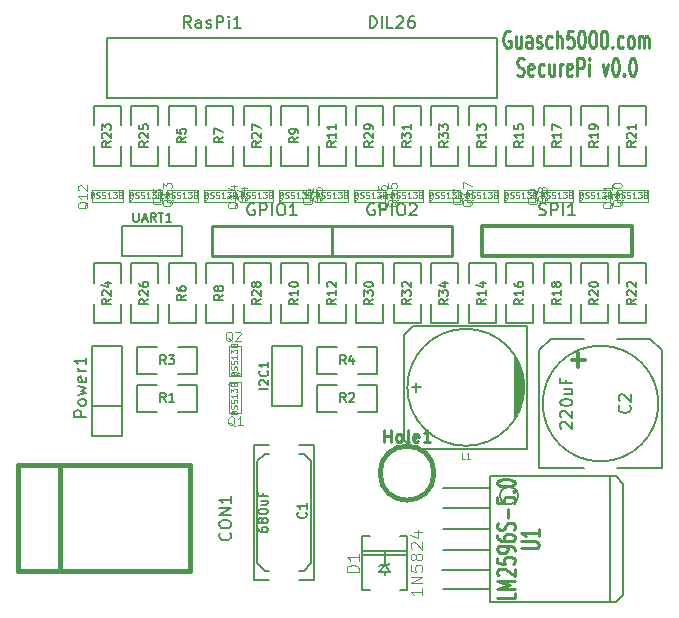
<source format=gto>
G04 (created by PCBNEW (2013-07-07 BZR 4022)-stable) date 21/02/2014 11:26:53*
%MOIN*%
G04 Gerber Fmt 3.4, Leading zero omitted, Abs format*
%FSLAX34Y34*%
G01*
G70*
G90*
G04 APERTURE LIST*
%ADD10C,0.00590551*%
%ADD11C,0.00984252*%
%ADD12C,0.005*%
%ADD13C,0.0078*%
%ADD14C,0.0031*%
%ADD15C,0.012*%
%ADD16C,0.006*%
%ADD17C,0.008*%
%ADD18C,0.015*%
%ADD19C,0.01*%
%ADD20C,0.0047*%
%ADD21C,0.0039*%
%ADD22C,0.0062*%
G04 APERTURE END LIST*
G54D10*
G54D11*
X39437Y-9776D02*
X39400Y-9748D01*
X39344Y-9748D01*
X39287Y-9776D01*
X39250Y-9832D01*
X39231Y-9889D01*
X39212Y-10001D01*
X39212Y-10085D01*
X39231Y-10198D01*
X39250Y-10254D01*
X39287Y-10310D01*
X39344Y-10339D01*
X39381Y-10339D01*
X39437Y-10310D01*
X39456Y-10282D01*
X39456Y-10085D01*
X39381Y-10085D01*
X39793Y-9945D02*
X39793Y-10339D01*
X39625Y-9945D02*
X39625Y-10254D01*
X39644Y-10310D01*
X39681Y-10339D01*
X39737Y-10339D01*
X39775Y-10310D01*
X39793Y-10282D01*
X40150Y-10339D02*
X40150Y-10029D01*
X40131Y-9973D01*
X40093Y-9945D01*
X40018Y-9945D01*
X39981Y-9973D01*
X40150Y-10310D02*
X40112Y-10339D01*
X40018Y-10339D01*
X39981Y-10310D01*
X39962Y-10254D01*
X39962Y-10198D01*
X39981Y-10142D01*
X40018Y-10114D01*
X40112Y-10114D01*
X40150Y-10085D01*
X40318Y-10310D02*
X40356Y-10339D01*
X40431Y-10339D01*
X40468Y-10310D01*
X40487Y-10254D01*
X40487Y-10226D01*
X40468Y-10170D01*
X40431Y-10142D01*
X40375Y-10142D01*
X40337Y-10114D01*
X40318Y-10057D01*
X40318Y-10029D01*
X40337Y-9973D01*
X40375Y-9945D01*
X40431Y-9945D01*
X40468Y-9973D01*
X40825Y-10310D02*
X40787Y-10339D01*
X40712Y-10339D01*
X40675Y-10310D01*
X40656Y-10282D01*
X40637Y-10226D01*
X40637Y-10057D01*
X40656Y-10001D01*
X40675Y-9973D01*
X40712Y-9945D01*
X40787Y-9945D01*
X40825Y-9973D01*
X40993Y-10339D02*
X40993Y-9748D01*
X41162Y-10339D02*
X41162Y-10029D01*
X41143Y-9973D01*
X41106Y-9945D01*
X41050Y-9945D01*
X41012Y-9973D01*
X40993Y-10001D01*
X41537Y-9748D02*
X41350Y-9748D01*
X41331Y-10029D01*
X41350Y-10001D01*
X41387Y-9973D01*
X41481Y-9973D01*
X41518Y-10001D01*
X41537Y-10029D01*
X41556Y-10085D01*
X41556Y-10226D01*
X41537Y-10282D01*
X41518Y-10310D01*
X41481Y-10339D01*
X41387Y-10339D01*
X41350Y-10310D01*
X41331Y-10282D01*
X41799Y-9748D02*
X41837Y-9748D01*
X41874Y-9776D01*
X41893Y-9804D01*
X41912Y-9860D01*
X41931Y-9973D01*
X41931Y-10114D01*
X41912Y-10226D01*
X41893Y-10282D01*
X41874Y-10310D01*
X41837Y-10339D01*
X41799Y-10339D01*
X41762Y-10310D01*
X41743Y-10282D01*
X41724Y-10226D01*
X41706Y-10114D01*
X41706Y-9973D01*
X41724Y-9860D01*
X41743Y-9804D01*
X41762Y-9776D01*
X41799Y-9748D01*
X42174Y-9748D02*
X42212Y-9748D01*
X42249Y-9776D01*
X42268Y-9804D01*
X42287Y-9860D01*
X42306Y-9973D01*
X42306Y-10114D01*
X42287Y-10226D01*
X42268Y-10282D01*
X42249Y-10310D01*
X42212Y-10339D01*
X42174Y-10339D01*
X42137Y-10310D01*
X42118Y-10282D01*
X42099Y-10226D01*
X42081Y-10114D01*
X42081Y-9973D01*
X42099Y-9860D01*
X42118Y-9804D01*
X42137Y-9776D01*
X42174Y-9748D01*
X42549Y-9748D02*
X42587Y-9748D01*
X42624Y-9776D01*
X42643Y-9804D01*
X42662Y-9860D01*
X42681Y-9973D01*
X42681Y-10114D01*
X42662Y-10226D01*
X42643Y-10282D01*
X42624Y-10310D01*
X42587Y-10339D01*
X42549Y-10339D01*
X42512Y-10310D01*
X42493Y-10282D01*
X42474Y-10226D01*
X42456Y-10114D01*
X42456Y-9973D01*
X42474Y-9860D01*
X42493Y-9804D01*
X42512Y-9776D01*
X42549Y-9748D01*
X42849Y-10282D02*
X42868Y-10310D01*
X42849Y-10339D01*
X42831Y-10310D01*
X42849Y-10282D01*
X42849Y-10339D01*
X43206Y-10310D02*
X43168Y-10339D01*
X43093Y-10339D01*
X43056Y-10310D01*
X43037Y-10282D01*
X43018Y-10226D01*
X43018Y-10057D01*
X43037Y-10001D01*
X43056Y-9973D01*
X43093Y-9945D01*
X43168Y-9945D01*
X43206Y-9973D01*
X43431Y-10339D02*
X43393Y-10310D01*
X43374Y-10282D01*
X43356Y-10226D01*
X43356Y-10057D01*
X43374Y-10001D01*
X43393Y-9973D01*
X43431Y-9945D01*
X43487Y-9945D01*
X43524Y-9973D01*
X43543Y-10001D01*
X43562Y-10057D01*
X43562Y-10226D01*
X43543Y-10282D01*
X43524Y-10310D01*
X43487Y-10339D01*
X43431Y-10339D01*
X43730Y-10339D02*
X43730Y-9945D01*
X43730Y-10001D02*
X43749Y-9973D01*
X43787Y-9945D01*
X43843Y-9945D01*
X43880Y-9973D01*
X43899Y-10029D01*
X43899Y-10339D01*
X43899Y-10029D02*
X43918Y-9973D01*
X43955Y-9945D01*
X44012Y-9945D01*
X44049Y-9973D01*
X44068Y-10029D01*
X44068Y-10339D01*
X39672Y-11236D02*
X39728Y-11264D01*
X39822Y-11264D01*
X39859Y-11236D01*
X39878Y-11207D01*
X39897Y-11151D01*
X39897Y-11095D01*
X39878Y-11039D01*
X39859Y-11011D01*
X39822Y-10983D01*
X39747Y-10954D01*
X39709Y-10926D01*
X39690Y-10898D01*
X39672Y-10842D01*
X39672Y-10786D01*
X39690Y-10729D01*
X39709Y-10701D01*
X39747Y-10673D01*
X39840Y-10673D01*
X39897Y-10701D01*
X40215Y-11236D02*
X40178Y-11264D01*
X40103Y-11264D01*
X40065Y-11236D01*
X40047Y-11179D01*
X40047Y-10954D01*
X40065Y-10898D01*
X40103Y-10870D01*
X40178Y-10870D01*
X40215Y-10898D01*
X40234Y-10954D01*
X40234Y-11011D01*
X40047Y-11067D01*
X40572Y-11236D02*
X40534Y-11264D01*
X40459Y-11264D01*
X40422Y-11236D01*
X40403Y-11207D01*
X40384Y-11151D01*
X40384Y-10983D01*
X40403Y-10926D01*
X40422Y-10898D01*
X40459Y-10870D01*
X40534Y-10870D01*
X40572Y-10898D01*
X40909Y-10870D02*
X40909Y-11264D01*
X40740Y-10870D02*
X40740Y-11179D01*
X40759Y-11236D01*
X40796Y-11264D01*
X40853Y-11264D01*
X40890Y-11236D01*
X40909Y-11207D01*
X41096Y-11264D02*
X41096Y-10870D01*
X41096Y-10983D02*
X41115Y-10926D01*
X41134Y-10898D01*
X41171Y-10870D01*
X41209Y-10870D01*
X41490Y-11236D02*
X41453Y-11264D01*
X41378Y-11264D01*
X41340Y-11236D01*
X41321Y-11179D01*
X41321Y-10954D01*
X41340Y-10898D01*
X41378Y-10870D01*
X41453Y-10870D01*
X41490Y-10898D01*
X41509Y-10954D01*
X41509Y-11011D01*
X41321Y-11067D01*
X41678Y-11264D02*
X41678Y-10673D01*
X41828Y-10673D01*
X41865Y-10701D01*
X41884Y-10729D01*
X41903Y-10786D01*
X41903Y-10870D01*
X41884Y-10926D01*
X41865Y-10954D01*
X41828Y-10983D01*
X41678Y-10983D01*
X42071Y-11264D02*
X42071Y-10870D01*
X42071Y-10673D02*
X42053Y-10701D01*
X42071Y-10729D01*
X42090Y-10701D01*
X42071Y-10673D01*
X42071Y-10729D01*
X42521Y-10870D02*
X42615Y-11264D01*
X42709Y-10870D01*
X42934Y-10673D02*
X42971Y-10673D01*
X43009Y-10701D01*
X43027Y-10729D01*
X43046Y-10786D01*
X43065Y-10898D01*
X43065Y-11039D01*
X43046Y-11151D01*
X43027Y-11207D01*
X43009Y-11236D01*
X42971Y-11264D01*
X42934Y-11264D01*
X42896Y-11236D01*
X42877Y-11207D01*
X42859Y-11151D01*
X42840Y-11039D01*
X42840Y-10898D01*
X42859Y-10786D01*
X42877Y-10729D01*
X42896Y-10701D01*
X42934Y-10673D01*
X43234Y-11207D02*
X43252Y-11236D01*
X43234Y-11264D01*
X43215Y-11236D01*
X43234Y-11207D01*
X43234Y-11264D01*
X43496Y-10673D02*
X43534Y-10673D01*
X43571Y-10701D01*
X43590Y-10729D01*
X43609Y-10786D01*
X43627Y-10898D01*
X43627Y-11039D01*
X43609Y-11151D01*
X43590Y-11207D01*
X43571Y-11236D01*
X43534Y-11264D01*
X43496Y-11264D01*
X43459Y-11236D01*
X43440Y-11207D01*
X43421Y-11151D01*
X43402Y-11039D01*
X43402Y-10898D01*
X43421Y-10786D01*
X43440Y-10729D01*
X43459Y-10701D01*
X43496Y-10673D01*
G54D12*
X33050Y-19500D02*
X33950Y-19500D01*
X33950Y-19500D02*
X33950Y-18850D01*
X33050Y-18150D02*
X33050Y-17500D01*
X33050Y-17500D02*
X33950Y-17500D01*
X33950Y-17500D02*
X33950Y-18150D01*
X33050Y-18850D02*
X33050Y-19500D01*
G54D13*
X38745Y-28354D02*
X37209Y-28354D01*
X38745Y-27724D02*
X37170Y-27724D01*
X38745Y-25007D02*
X37209Y-25007D01*
X38745Y-25676D02*
X37209Y-25676D01*
X38750Y-26350D02*
X37200Y-26350D01*
X37200Y-27050D02*
X38750Y-27050D01*
X39700Y-25250D02*
G75*
G03X39700Y-25250I-300J0D01*
G74*
G01*
X38750Y-24600D02*
X42950Y-24600D01*
X42950Y-24600D02*
X43200Y-24850D01*
X43200Y-24850D02*
X43200Y-28400D01*
X43200Y-28400D02*
X43200Y-28500D01*
X43200Y-28500D02*
X43200Y-28550D01*
X43200Y-28550D02*
X42950Y-28800D01*
X42950Y-28800D02*
X38750Y-28800D01*
X38750Y-24600D02*
X38750Y-28800D01*
X42750Y-28800D02*
X42750Y-24600D01*
G54D14*
X29349Y-15388D02*
G75*
G03X29349Y-15388I-62J0D01*
G74*
G01*
X30250Y-15050D02*
X30250Y-15450D01*
X29225Y-15050D02*
X29225Y-15450D01*
X30250Y-15450D02*
X29225Y-15450D01*
X29225Y-15050D02*
X30250Y-15050D01*
X41849Y-15388D02*
G75*
G03X41849Y-15388I-62J0D01*
G74*
G01*
X42750Y-15050D02*
X42750Y-15450D01*
X41725Y-15050D02*
X41725Y-15450D01*
X42750Y-15450D02*
X41725Y-15450D01*
X41725Y-15050D02*
X42750Y-15050D01*
X41525Y-15112D02*
G75*
G03X41525Y-15112I-62J0D01*
G74*
G01*
X40500Y-15450D02*
X40500Y-15050D01*
X41525Y-15450D02*
X41525Y-15050D01*
X40500Y-15050D02*
X41525Y-15050D01*
X41525Y-15450D02*
X40500Y-15450D01*
X44025Y-15112D02*
G75*
G03X44025Y-15112I-62J0D01*
G74*
G01*
X43000Y-15450D02*
X43000Y-15050D01*
X44025Y-15450D02*
X44025Y-15050D01*
X43000Y-15050D02*
X44025Y-15050D01*
X44025Y-15450D02*
X43000Y-15450D01*
X39349Y-15388D02*
G75*
G03X39349Y-15388I-62J0D01*
G74*
G01*
X40250Y-15050D02*
X40250Y-15450D01*
X39225Y-15050D02*
X39225Y-15450D01*
X40250Y-15450D02*
X39225Y-15450D01*
X39225Y-15050D02*
X40250Y-15050D01*
X26525Y-15112D02*
G75*
G03X26525Y-15112I-62J0D01*
G74*
G01*
X25500Y-15450D02*
X25500Y-15050D01*
X26525Y-15450D02*
X26525Y-15050D01*
X25500Y-15050D02*
X26525Y-15050D01*
X26525Y-15450D02*
X25500Y-15450D01*
X39025Y-15112D02*
G75*
G03X39025Y-15112I-62J0D01*
G74*
G01*
X38000Y-15450D02*
X38000Y-15050D01*
X39025Y-15450D02*
X39025Y-15050D01*
X38000Y-15050D02*
X39025Y-15050D01*
X39025Y-15450D02*
X38000Y-15450D01*
X34025Y-15112D02*
G75*
G03X34025Y-15112I-62J0D01*
G74*
G01*
X33000Y-15450D02*
X33000Y-15050D01*
X34025Y-15450D02*
X34025Y-15050D01*
X33000Y-15050D02*
X34025Y-15050D01*
X34025Y-15450D02*
X33000Y-15450D01*
X26849Y-15388D02*
G75*
G03X26849Y-15388I-62J0D01*
G74*
G01*
X27750Y-15050D02*
X27750Y-15450D01*
X26725Y-15050D02*
X26725Y-15450D01*
X27750Y-15450D02*
X26725Y-15450D01*
X26725Y-15050D02*
X27750Y-15050D01*
X31849Y-15388D02*
G75*
G03X31849Y-15388I-62J0D01*
G74*
G01*
X32750Y-15050D02*
X32750Y-15450D01*
X31725Y-15050D02*
X31725Y-15450D01*
X32750Y-15450D02*
X31725Y-15450D01*
X31725Y-15050D02*
X32750Y-15050D01*
X31525Y-15112D02*
G75*
G03X31525Y-15112I-62J0D01*
G74*
G01*
X30500Y-15450D02*
X30500Y-15050D01*
X31525Y-15450D02*
X31525Y-15050D01*
X30500Y-15050D02*
X31525Y-15050D01*
X31525Y-15450D02*
X30500Y-15450D01*
X34349Y-15388D02*
G75*
G03X34349Y-15388I-62J0D01*
G74*
G01*
X35250Y-15050D02*
X35250Y-15450D01*
X34225Y-15050D02*
X34225Y-15450D01*
X35250Y-15450D02*
X34225Y-15450D01*
X34225Y-15050D02*
X35250Y-15050D01*
X36849Y-15388D02*
G75*
G03X36849Y-15388I-62J0D01*
G74*
G01*
X37750Y-15050D02*
X37750Y-15450D01*
X36725Y-15050D02*
X36725Y-15450D01*
X37750Y-15450D02*
X36725Y-15450D01*
X36725Y-15050D02*
X37750Y-15050D01*
X36525Y-15112D02*
G75*
G03X36525Y-15112I-62J0D01*
G74*
G01*
X35500Y-15450D02*
X35500Y-15050D01*
X36525Y-15450D02*
X36525Y-15050D01*
X35500Y-15050D02*
X36525Y-15050D01*
X36525Y-15450D02*
X35500Y-15450D01*
X30450Y-21213D02*
G75*
G03X30450Y-21213I-62J0D01*
G74*
G01*
X30050Y-20250D02*
X30450Y-20250D01*
X30050Y-21275D02*
X30450Y-21275D01*
X30450Y-20250D02*
X30450Y-21275D01*
X30050Y-21275D02*
X30050Y-20250D01*
X29025Y-15112D02*
G75*
G03X29025Y-15112I-62J0D01*
G74*
G01*
X28000Y-15450D02*
X28000Y-15050D01*
X29025Y-15450D02*
X29025Y-15050D01*
X28000Y-15050D02*
X29025Y-15050D01*
X29025Y-15450D02*
X28000Y-15450D01*
X30174Y-21537D02*
G75*
G03X30174Y-21537I-62J0D01*
G74*
G01*
X30450Y-22500D02*
X30050Y-22500D01*
X30450Y-21475D02*
X30050Y-21475D01*
X30050Y-22500D02*
X30050Y-21475D01*
X30450Y-21475D02*
X30450Y-22500D01*
G54D12*
X26800Y-14250D02*
X27700Y-14250D01*
X27700Y-14250D02*
X27700Y-13600D01*
X26800Y-12900D02*
X26800Y-12250D01*
X26800Y-12250D02*
X27700Y-12250D01*
X27700Y-12250D02*
X27700Y-12900D01*
X26800Y-13600D02*
X26800Y-14250D01*
X43050Y-14250D02*
X43950Y-14250D01*
X43950Y-14250D02*
X43950Y-13600D01*
X43050Y-12900D02*
X43050Y-12250D01*
X43050Y-12250D02*
X43950Y-12250D01*
X43950Y-12250D02*
X43950Y-12900D01*
X43050Y-13600D02*
X43050Y-14250D01*
X36800Y-19500D02*
X37700Y-19500D01*
X37700Y-19500D02*
X37700Y-18850D01*
X36800Y-18150D02*
X36800Y-17500D01*
X36800Y-17500D02*
X37700Y-17500D01*
X37700Y-17500D02*
X37700Y-18150D01*
X36800Y-18850D02*
X36800Y-19500D01*
X43050Y-19500D02*
X43950Y-19500D01*
X43950Y-19500D02*
X43950Y-18850D01*
X43050Y-18150D02*
X43050Y-17500D01*
X43050Y-17500D02*
X43950Y-17500D01*
X43950Y-17500D02*
X43950Y-18150D01*
X43050Y-18850D02*
X43050Y-19500D01*
X36800Y-14250D02*
X37700Y-14250D01*
X37700Y-14250D02*
X37700Y-13600D01*
X36800Y-12900D02*
X36800Y-12250D01*
X36800Y-12250D02*
X37700Y-12250D01*
X37700Y-12250D02*
X37700Y-12900D01*
X36800Y-13600D02*
X36800Y-14250D01*
X25550Y-14250D02*
X26450Y-14250D01*
X26450Y-14250D02*
X26450Y-13600D01*
X25550Y-12900D02*
X25550Y-12250D01*
X25550Y-12250D02*
X26450Y-12250D01*
X26450Y-12250D02*
X26450Y-12900D01*
X25550Y-13600D02*
X25550Y-14250D01*
X25550Y-19500D02*
X26450Y-19500D01*
X26450Y-19500D02*
X26450Y-18850D01*
X25550Y-18150D02*
X25550Y-17500D01*
X25550Y-17500D02*
X26450Y-17500D01*
X26450Y-17500D02*
X26450Y-18150D01*
X25550Y-18850D02*
X25550Y-19500D01*
X34300Y-19500D02*
X35200Y-19500D01*
X35200Y-19500D02*
X35200Y-18850D01*
X34300Y-18150D02*
X34300Y-17500D01*
X34300Y-17500D02*
X35200Y-17500D01*
X35200Y-17500D02*
X35200Y-18150D01*
X34300Y-18850D02*
X34300Y-19500D01*
X35550Y-19500D02*
X36450Y-19500D01*
X36450Y-19500D02*
X36450Y-18850D01*
X35550Y-18150D02*
X35550Y-17500D01*
X35550Y-17500D02*
X36450Y-17500D01*
X36450Y-17500D02*
X36450Y-18150D01*
X35550Y-18850D02*
X35550Y-19500D01*
X26800Y-19500D02*
X27700Y-19500D01*
X27700Y-19500D02*
X27700Y-18850D01*
X26800Y-18150D02*
X26800Y-17500D01*
X26800Y-17500D02*
X27700Y-17500D01*
X27700Y-17500D02*
X27700Y-18150D01*
X26800Y-18850D02*
X26800Y-19500D01*
X30550Y-14250D02*
X31450Y-14250D01*
X31450Y-14250D02*
X31450Y-13600D01*
X30550Y-12900D02*
X30550Y-12250D01*
X30550Y-12250D02*
X31450Y-12250D01*
X31450Y-12250D02*
X31450Y-12900D01*
X30550Y-13600D02*
X30550Y-14250D01*
X40550Y-19500D02*
X41450Y-19500D01*
X41450Y-19500D02*
X41450Y-18850D01*
X40550Y-18150D02*
X40550Y-17500D01*
X40550Y-17500D02*
X41450Y-17500D01*
X41450Y-17500D02*
X41450Y-18150D01*
X40550Y-18850D02*
X40550Y-19500D01*
X30550Y-19500D02*
X31450Y-19500D01*
X31450Y-19500D02*
X31450Y-18850D01*
X30550Y-18150D02*
X30550Y-17500D01*
X30550Y-17500D02*
X31450Y-17500D01*
X31450Y-17500D02*
X31450Y-18150D01*
X30550Y-18850D02*
X30550Y-19500D01*
X34300Y-14250D02*
X35200Y-14250D01*
X35200Y-14250D02*
X35200Y-13600D01*
X34300Y-12900D02*
X34300Y-12250D01*
X34300Y-12250D02*
X35200Y-12250D01*
X35200Y-12250D02*
X35200Y-12900D01*
X34300Y-13600D02*
X34300Y-14250D01*
X35550Y-14250D02*
X36450Y-14250D01*
X36450Y-14250D02*
X36450Y-13600D01*
X35550Y-12900D02*
X35550Y-12250D01*
X35550Y-12250D02*
X36450Y-12250D01*
X36450Y-12250D02*
X36450Y-12900D01*
X35550Y-13600D02*
X35550Y-14250D01*
X41800Y-14250D02*
X42700Y-14250D01*
X42700Y-14250D02*
X42700Y-13600D01*
X41800Y-12900D02*
X41800Y-12250D01*
X41800Y-12250D02*
X42700Y-12250D01*
X42700Y-12250D02*
X42700Y-12900D01*
X41800Y-13600D02*
X41800Y-14250D01*
X29000Y-21200D02*
X29000Y-20300D01*
X29000Y-20300D02*
X28350Y-20300D01*
X27650Y-21200D02*
X27000Y-21200D01*
X27000Y-21200D02*
X27000Y-20300D01*
X27000Y-20300D02*
X27650Y-20300D01*
X28350Y-21200D02*
X29000Y-21200D01*
X35000Y-21200D02*
X35000Y-20300D01*
X35000Y-20300D02*
X34350Y-20300D01*
X33650Y-21200D02*
X33000Y-21200D01*
X33000Y-21200D02*
X33000Y-20300D01*
X33000Y-20300D02*
X33650Y-20300D01*
X34350Y-21200D02*
X35000Y-21200D01*
X29000Y-22450D02*
X29000Y-21550D01*
X29000Y-21550D02*
X28350Y-21550D01*
X27650Y-22450D02*
X27000Y-22450D01*
X27000Y-22450D02*
X27000Y-21550D01*
X27000Y-21550D02*
X27650Y-21550D01*
X28350Y-22450D02*
X29000Y-22450D01*
X35000Y-22450D02*
X35000Y-21550D01*
X35000Y-21550D02*
X34350Y-21550D01*
X33650Y-22450D02*
X33000Y-22450D01*
X33000Y-22450D02*
X33000Y-21550D01*
X33000Y-21550D02*
X33650Y-21550D01*
X34350Y-22450D02*
X35000Y-22450D01*
X28050Y-14250D02*
X28950Y-14250D01*
X28950Y-14250D02*
X28950Y-13600D01*
X28050Y-12900D02*
X28050Y-12250D01*
X28050Y-12250D02*
X28950Y-12250D01*
X28950Y-12250D02*
X28950Y-12900D01*
X28050Y-13600D02*
X28050Y-14250D01*
X28050Y-19500D02*
X28950Y-19500D01*
X28950Y-19500D02*
X28950Y-18850D01*
X28050Y-18150D02*
X28050Y-17500D01*
X28050Y-17500D02*
X28950Y-17500D01*
X28950Y-17500D02*
X28950Y-18150D01*
X28050Y-18850D02*
X28050Y-19500D01*
X29300Y-14250D02*
X30200Y-14250D01*
X30200Y-14250D02*
X30200Y-13600D01*
X29300Y-12900D02*
X29300Y-12250D01*
X29300Y-12250D02*
X30200Y-12250D01*
X30200Y-12250D02*
X30200Y-12900D01*
X29300Y-13600D02*
X29300Y-14250D01*
X29300Y-19500D02*
X30200Y-19500D01*
X30200Y-19500D02*
X30200Y-18850D01*
X29300Y-18150D02*
X29300Y-17500D01*
X29300Y-17500D02*
X30200Y-17500D01*
X30200Y-17500D02*
X30200Y-18150D01*
X29300Y-18850D02*
X29300Y-19500D01*
X31800Y-14250D02*
X32700Y-14250D01*
X32700Y-14250D02*
X32700Y-13600D01*
X31800Y-12900D02*
X31800Y-12250D01*
X31800Y-12250D02*
X32700Y-12250D01*
X32700Y-12250D02*
X32700Y-12900D01*
X31800Y-13600D02*
X31800Y-14250D01*
X33050Y-14250D02*
X33950Y-14250D01*
X33950Y-14250D02*
X33950Y-13600D01*
X33050Y-12900D02*
X33050Y-12250D01*
X33050Y-12250D02*
X33950Y-12250D01*
X33950Y-12250D02*
X33950Y-12900D01*
X33050Y-13600D02*
X33050Y-14250D01*
X38050Y-14250D02*
X38950Y-14250D01*
X38950Y-14250D02*
X38950Y-13600D01*
X38050Y-12900D02*
X38050Y-12250D01*
X38050Y-12250D02*
X38950Y-12250D01*
X38950Y-12250D02*
X38950Y-12900D01*
X38050Y-13600D02*
X38050Y-14250D01*
X38050Y-19500D02*
X38950Y-19500D01*
X38950Y-19500D02*
X38950Y-18850D01*
X38050Y-18150D02*
X38050Y-17500D01*
X38050Y-17500D02*
X38950Y-17500D01*
X38950Y-17500D02*
X38950Y-18150D01*
X38050Y-18850D02*
X38050Y-19500D01*
X39300Y-19500D02*
X40200Y-19500D01*
X40200Y-19500D02*
X40200Y-18850D01*
X39300Y-18150D02*
X39300Y-17500D01*
X39300Y-17500D02*
X40200Y-17500D01*
X40200Y-17500D02*
X40200Y-18150D01*
X39300Y-18850D02*
X39300Y-19500D01*
X39300Y-14250D02*
X40200Y-14250D01*
X40200Y-14250D02*
X40200Y-13600D01*
X39300Y-12900D02*
X39300Y-12250D01*
X39300Y-12250D02*
X40200Y-12250D01*
X40200Y-12250D02*
X40200Y-12900D01*
X39300Y-13600D02*
X39300Y-14250D01*
X40550Y-14250D02*
X41450Y-14250D01*
X41450Y-14250D02*
X41450Y-13600D01*
X40550Y-12900D02*
X40550Y-12250D01*
X40550Y-12250D02*
X41450Y-12250D01*
X41450Y-12250D02*
X41450Y-12900D01*
X40550Y-13600D02*
X40550Y-14250D01*
X31800Y-19500D02*
X32700Y-19500D01*
X32700Y-19500D02*
X32700Y-18850D01*
X31800Y-18150D02*
X31800Y-17500D01*
X31800Y-17500D02*
X32700Y-17500D01*
X32700Y-17500D02*
X32700Y-18150D01*
X31800Y-18850D02*
X31800Y-19500D01*
X41800Y-19500D02*
X42700Y-19500D01*
X42700Y-19500D02*
X42700Y-18850D01*
X41800Y-18150D02*
X41800Y-17500D01*
X41800Y-17500D02*
X42700Y-17500D01*
X42700Y-17500D02*
X42700Y-18150D01*
X41800Y-18850D02*
X41800Y-19500D01*
G54D15*
X38500Y-16250D02*
X38500Y-17250D01*
X43500Y-17250D02*
X43500Y-16250D01*
X38500Y-16250D02*
X43500Y-16250D01*
X43500Y-17250D02*
X38500Y-17250D01*
G54D16*
X26500Y-17250D02*
X26500Y-16250D01*
X26500Y-16250D02*
X28500Y-16250D01*
X28500Y-16250D02*
X28500Y-17250D01*
X28500Y-17250D02*
X26500Y-17250D01*
G54D17*
X26000Y-12000D02*
X39000Y-12000D01*
X39000Y-10000D02*
X26000Y-10000D01*
X26000Y-10000D02*
X26000Y-12000D01*
X39000Y-12000D02*
X39000Y-10000D01*
G54D12*
X35250Y-27800D02*
X35250Y-27880D01*
X34500Y-28400D02*
X34500Y-26600D01*
X34500Y-26600D02*
X34750Y-26600D01*
X36000Y-27240D02*
X34500Y-27240D01*
X36000Y-27110D02*
X34500Y-27110D01*
X35750Y-28400D02*
X36000Y-28400D01*
X36000Y-28400D02*
X36000Y-26600D01*
X36000Y-26600D02*
X35750Y-26600D01*
X34750Y-28400D02*
X34500Y-28400D01*
X35250Y-27550D02*
X35063Y-27800D01*
X35063Y-27800D02*
X35250Y-27800D01*
X35250Y-27800D02*
X35437Y-27800D01*
X35437Y-27800D02*
X35250Y-27550D01*
X35250Y-27550D02*
X35125Y-27550D01*
X35125Y-27550D02*
X35063Y-27612D01*
X35250Y-27550D02*
X35375Y-27550D01*
X35375Y-27550D02*
X35437Y-27488D01*
X35250Y-27550D02*
X35250Y-27113D01*
X39860Y-21240D02*
X39860Y-22040D01*
X39810Y-22190D02*
X39810Y-21040D01*
X39760Y-20940D02*
X39760Y-22340D01*
X39710Y-22490D02*
X39710Y-20790D01*
X39660Y-20690D02*
X39660Y-22590D01*
X39610Y-22640D02*
X39610Y-20640D01*
X39910Y-21640D02*
G75*
G03X39910Y-21640I-1950J0D01*
G74*
G01*
X40010Y-23690D02*
X40010Y-19590D01*
X40010Y-19590D02*
X36210Y-19590D01*
X36210Y-19590D02*
X35910Y-19890D01*
X35910Y-19890D02*
X35910Y-23390D01*
X35910Y-23390D02*
X36210Y-23690D01*
X36210Y-23690D02*
X40010Y-23690D01*
X36160Y-21640D02*
X36460Y-21640D01*
X36310Y-21790D02*
X36310Y-21490D01*
G54D18*
X24425Y-24228D02*
X24425Y-27772D01*
X23047Y-24228D02*
X23047Y-27772D01*
X23047Y-27772D02*
X28756Y-27772D01*
X28756Y-27772D02*
X28756Y-24228D01*
X28756Y-24228D02*
X23047Y-24228D01*
G54D16*
X26500Y-23250D02*
X25500Y-23250D01*
X25500Y-23250D02*
X25500Y-20250D01*
X25500Y-20250D02*
X26500Y-20250D01*
X26500Y-20250D02*
X26500Y-23250D01*
X25500Y-22250D02*
X26500Y-22250D01*
G54D18*
X36900Y-24500D02*
G75*
G03X36900Y-24500I-900J0D01*
G74*
G01*
G54D10*
X32550Y-23850D02*
X32400Y-23850D01*
X31250Y-23850D02*
X31400Y-23850D01*
X31250Y-27750D02*
X31400Y-27750D01*
X32550Y-27750D02*
X32400Y-27750D01*
X32900Y-28050D02*
X32400Y-28050D01*
X30900Y-28050D02*
X31400Y-28050D01*
X30900Y-23550D02*
X31400Y-23550D01*
X32900Y-23550D02*
X32400Y-23550D01*
X31250Y-23850D02*
X31000Y-24100D01*
X31000Y-24100D02*
X31000Y-27500D01*
X31000Y-27500D02*
X31250Y-27750D01*
X32550Y-27750D02*
X32800Y-27500D01*
X32800Y-27500D02*
X32800Y-24100D01*
X32800Y-24100D02*
X32550Y-23850D01*
X30900Y-28050D02*
X30900Y-23550D01*
X32900Y-23550D02*
X32900Y-28050D01*
G54D17*
X40800Y-20030D02*
X41900Y-20030D01*
X44100Y-20030D02*
X43000Y-20030D01*
X40400Y-24330D02*
X41900Y-24330D01*
X44500Y-24330D02*
X43000Y-24330D01*
X44379Y-22180D02*
G75*
G03X44379Y-22180I-1929J0D01*
G74*
G01*
X44497Y-24345D02*
X44497Y-20408D01*
X44497Y-20408D02*
X44104Y-20015D01*
X40796Y-20015D02*
X40403Y-20408D01*
X40403Y-20408D02*
X40403Y-24345D01*
G54D19*
X37500Y-17250D02*
X33500Y-17250D01*
X37500Y-16250D02*
X33500Y-16250D01*
X33500Y-16250D02*
X33500Y-17250D01*
X37500Y-17250D02*
X37500Y-16250D01*
X33500Y-17250D02*
X29500Y-17250D01*
X33500Y-16250D02*
X29500Y-16250D01*
X29500Y-16250D02*
X29500Y-17250D01*
X33500Y-17250D02*
X33500Y-16250D01*
G54D16*
X32500Y-22250D02*
X31500Y-22250D01*
X31500Y-22250D02*
X31500Y-20250D01*
X31500Y-20250D02*
X32500Y-20250D01*
X32500Y-20250D02*
X32500Y-22250D01*
G54D12*
X33621Y-18692D02*
X33478Y-18792D01*
X33621Y-18864D02*
X33321Y-18864D01*
X33321Y-18750D01*
X33335Y-18721D01*
X33350Y-18707D01*
X33378Y-18692D01*
X33421Y-18692D01*
X33450Y-18707D01*
X33464Y-18721D01*
X33478Y-18750D01*
X33478Y-18864D01*
X33621Y-18407D02*
X33621Y-18578D01*
X33621Y-18492D02*
X33321Y-18492D01*
X33364Y-18521D01*
X33392Y-18550D01*
X33407Y-18578D01*
X33350Y-18292D02*
X33335Y-18278D01*
X33321Y-18250D01*
X33321Y-18178D01*
X33335Y-18150D01*
X33350Y-18135D01*
X33378Y-18121D01*
X33407Y-18121D01*
X33450Y-18135D01*
X33621Y-18307D01*
X33621Y-18121D01*
G54D19*
X39792Y-27004D02*
X40278Y-27004D01*
X40335Y-26985D01*
X40364Y-26966D01*
X40392Y-26928D01*
X40392Y-26852D01*
X40364Y-26814D01*
X40335Y-26795D01*
X40278Y-26776D01*
X39792Y-26776D01*
X40392Y-26376D02*
X40392Y-26604D01*
X40392Y-26490D02*
X39792Y-26490D01*
X39878Y-26528D01*
X39935Y-26566D01*
X39964Y-26604D01*
X39592Y-28480D02*
X39592Y-28671D01*
X38992Y-28671D01*
X39592Y-28347D02*
X38992Y-28347D01*
X39421Y-28214D01*
X38992Y-28080D01*
X39592Y-28080D01*
X39050Y-27909D02*
X39021Y-27890D01*
X38992Y-27852D01*
X38992Y-27757D01*
X39021Y-27719D01*
X39050Y-27700D01*
X39107Y-27680D01*
X39164Y-27680D01*
X39250Y-27700D01*
X39592Y-27928D01*
X39592Y-27680D01*
X38992Y-27319D02*
X38992Y-27509D01*
X39278Y-27528D01*
X39250Y-27509D01*
X39221Y-27471D01*
X39221Y-27376D01*
X39250Y-27338D01*
X39278Y-27319D01*
X39335Y-27300D01*
X39478Y-27300D01*
X39535Y-27319D01*
X39564Y-27338D01*
X39592Y-27376D01*
X39592Y-27471D01*
X39564Y-27509D01*
X39535Y-27528D01*
X39592Y-27109D02*
X39592Y-27033D01*
X39564Y-26995D01*
X39535Y-26976D01*
X39450Y-26938D01*
X39335Y-26919D01*
X39107Y-26919D01*
X39050Y-26938D01*
X39021Y-26957D01*
X38992Y-26995D01*
X38992Y-27071D01*
X39021Y-27109D01*
X39050Y-27128D01*
X39107Y-27147D01*
X39250Y-27147D01*
X39307Y-27128D01*
X39335Y-27109D01*
X39364Y-27071D01*
X39364Y-26995D01*
X39335Y-26957D01*
X39307Y-26938D01*
X39250Y-26919D01*
X38992Y-26576D02*
X38992Y-26652D01*
X39021Y-26690D01*
X39050Y-26709D01*
X39135Y-26747D01*
X39250Y-26766D01*
X39478Y-26766D01*
X39535Y-26747D01*
X39564Y-26728D01*
X39592Y-26690D01*
X39592Y-26614D01*
X39564Y-26576D01*
X39535Y-26557D01*
X39478Y-26538D01*
X39335Y-26538D01*
X39278Y-26557D01*
X39250Y-26576D01*
X39221Y-26614D01*
X39221Y-26690D01*
X39250Y-26728D01*
X39278Y-26747D01*
X39335Y-26766D01*
X39564Y-26385D02*
X39592Y-26328D01*
X39592Y-26233D01*
X39564Y-26195D01*
X39535Y-26176D01*
X39478Y-26157D01*
X39421Y-26157D01*
X39364Y-26176D01*
X39335Y-26195D01*
X39307Y-26233D01*
X39278Y-26309D01*
X39250Y-26347D01*
X39221Y-26366D01*
X39164Y-26385D01*
X39107Y-26385D01*
X39050Y-26366D01*
X39021Y-26347D01*
X38992Y-26309D01*
X38992Y-26214D01*
X39021Y-26157D01*
X39364Y-25985D02*
X39364Y-25680D01*
X38992Y-25300D02*
X38992Y-25490D01*
X39278Y-25509D01*
X39250Y-25490D01*
X39221Y-25452D01*
X39221Y-25357D01*
X39250Y-25319D01*
X39278Y-25300D01*
X39335Y-25280D01*
X39478Y-25280D01*
X39535Y-25300D01*
X39564Y-25319D01*
X39592Y-25357D01*
X39592Y-25452D01*
X39564Y-25490D01*
X39535Y-25509D01*
X39535Y-25109D02*
X39564Y-25090D01*
X39592Y-25109D01*
X39564Y-25128D01*
X39535Y-25109D01*
X39592Y-25109D01*
X38992Y-24842D02*
X38992Y-24804D01*
X39021Y-24766D01*
X39050Y-24747D01*
X39107Y-24728D01*
X39221Y-24709D01*
X39364Y-24709D01*
X39478Y-24728D01*
X39535Y-24747D01*
X39564Y-24766D01*
X39592Y-24804D01*
X39592Y-24842D01*
X39564Y-24880D01*
X39535Y-24899D01*
X39478Y-24919D01*
X39364Y-24938D01*
X39221Y-24938D01*
X39107Y-24919D01*
X39050Y-24899D01*
X39021Y-24880D01*
X38992Y-24842D01*
G54D20*
X30687Y-15239D02*
X30672Y-15268D01*
X30644Y-15296D01*
X30601Y-15339D01*
X30587Y-15368D01*
X30587Y-15396D01*
X30658Y-15382D02*
X30644Y-15411D01*
X30615Y-15439D01*
X30558Y-15453D01*
X30458Y-15453D01*
X30401Y-15439D01*
X30372Y-15411D01*
X30358Y-15382D01*
X30358Y-15325D01*
X30372Y-15296D01*
X30401Y-15268D01*
X30458Y-15253D01*
X30558Y-15253D01*
X30615Y-15268D01*
X30644Y-15296D01*
X30658Y-15325D01*
X30658Y-15382D01*
X30458Y-14996D02*
X30658Y-14996D01*
X30344Y-15068D02*
X30558Y-15139D01*
X30558Y-14953D01*
G54D21*
X29320Y-15226D02*
X29348Y-15235D01*
X29357Y-15245D01*
X29366Y-15264D01*
X29366Y-15292D01*
X29357Y-15310D01*
X29348Y-15320D01*
X29329Y-15329D01*
X29254Y-15329D01*
X29254Y-15132D01*
X29320Y-15132D01*
X29338Y-15142D01*
X29348Y-15151D01*
X29357Y-15170D01*
X29357Y-15189D01*
X29348Y-15207D01*
X29338Y-15217D01*
X29320Y-15226D01*
X29254Y-15226D01*
X29441Y-15320D02*
X29470Y-15329D01*
X29517Y-15329D01*
X29535Y-15320D01*
X29545Y-15310D01*
X29554Y-15292D01*
X29554Y-15273D01*
X29545Y-15254D01*
X29535Y-15245D01*
X29517Y-15235D01*
X29479Y-15226D01*
X29460Y-15217D01*
X29451Y-15207D01*
X29441Y-15189D01*
X29441Y-15170D01*
X29451Y-15151D01*
X29460Y-15142D01*
X29479Y-15132D01*
X29526Y-15132D01*
X29554Y-15142D01*
X29629Y-15320D02*
X29657Y-15329D01*
X29704Y-15329D01*
X29723Y-15320D01*
X29732Y-15310D01*
X29742Y-15292D01*
X29742Y-15273D01*
X29732Y-15254D01*
X29723Y-15245D01*
X29704Y-15235D01*
X29667Y-15226D01*
X29648Y-15217D01*
X29638Y-15207D01*
X29629Y-15189D01*
X29629Y-15170D01*
X29638Y-15151D01*
X29648Y-15142D01*
X29667Y-15132D01*
X29714Y-15132D01*
X29742Y-15142D01*
X29929Y-15329D02*
X29817Y-15329D01*
X29873Y-15329D02*
X29873Y-15132D01*
X29854Y-15160D01*
X29835Y-15179D01*
X29817Y-15189D01*
X29995Y-15132D02*
X30117Y-15132D01*
X30051Y-15207D01*
X30079Y-15207D01*
X30098Y-15217D01*
X30108Y-15226D01*
X30117Y-15245D01*
X30117Y-15292D01*
X30108Y-15310D01*
X30098Y-15320D01*
X30079Y-15329D01*
X30023Y-15329D01*
X30004Y-15320D01*
X29995Y-15310D01*
X30229Y-15217D02*
X30211Y-15207D01*
X30201Y-15198D01*
X30192Y-15179D01*
X30192Y-15170D01*
X30201Y-15151D01*
X30211Y-15142D01*
X30229Y-15132D01*
X30267Y-15132D01*
X30286Y-15142D01*
X30295Y-15151D01*
X30305Y-15170D01*
X30305Y-15179D01*
X30295Y-15198D01*
X30286Y-15207D01*
X30267Y-15217D01*
X30229Y-15217D01*
X30211Y-15226D01*
X30201Y-15235D01*
X30192Y-15254D01*
X30192Y-15292D01*
X30201Y-15310D01*
X30211Y-15320D01*
X30229Y-15329D01*
X30267Y-15329D01*
X30286Y-15320D01*
X30295Y-15310D01*
X30305Y-15292D01*
X30305Y-15254D01*
X30295Y-15235D01*
X30286Y-15226D01*
X30267Y-15217D01*
G54D20*
X43187Y-15382D02*
X43172Y-15411D01*
X43144Y-15439D01*
X43101Y-15482D01*
X43087Y-15511D01*
X43087Y-15539D01*
X43158Y-15525D02*
X43144Y-15553D01*
X43115Y-15582D01*
X43058Y-15596D01*
X42958Y-15596D01*
X42901Y-15582D01*
X42872Y-15553D01*
X42858Y-15525D01*
X42858Y-15468D01*
X42872Y-15439D01*
X42901Y-15411D01*
X42958Y-15396D01*
X43058Y-15396D01*
X43115Y-15411D01*
X43144Y-15439D01*
X43158Y-15468D01*
X43158Y-15525D01*
X43158Y-15111D02*
X43158Y-15282D01*
X43158Y-15196D02*
X42858Y-15196D01*
X42901Y-15225D01*
X42929Y-15253D01*
X42944Y-15282D01*
X42858Y-14925D02*
X42858Y-14896D01*
X42872Y-14868D01*
X42887Y-14853D01*
X42915Y-14839D01*
X42972Y-14825D01*
X43044Y-14825D01*
X43101Y-14839D01*
X43129Y-14853D01*
X43144Y-14868D01*
X43158Y-14896D01*
X43158Y-14925D01*
X43144Y-14953D01*
X43129Y-14968D01*
X43101Y-14982D01*
X43044Y-14996D01*
X42972Y-14996D01*
X42915Y-14982D01*
X42887Y-14968D01*
X42872Y-14953D01*
X42858Y-14925D01*
G54D21*
X41820Y-15226D02*
X41848Y-15235D01*
X41857Y-15245D01*
X41866Y-15264D01*
X41866Y-15292D01*
X41857Y-15310D01*
X41848Y-15320D01*
X41829Y-15329D01*
X41754Y-15329D01*
X41754Y-15132D01*
X41820Y-15132D01*
X41838Y-15142D01*
X41848Y-15151D01*
X41857Y-15170D01*
X41857Y-15189D01*
X41848Y-15207D01*
X41838Y-15217D01*
X41820Y-15226D01*
X41754Y-15226D01*
X41941Y-15320D02*
X41970Y-15329D01*
X42017Y-15329D01*
X42035Y-15320D01*
X42045Y-15310D01*
X42054Y-15292D01*
X42054Y-15273D01*
X42045Y-15254D01*
X42035Y-15245D01*
X42017Y-15235D01*
X41979Y-15226D01*
X41960Y-15217D01*
X41951Y-15207D01*
X41941Y-15189D01*
X41941Y-15170D01*
X41951Y-15151D01*
X41960Y-15142D01*
X41979Y-15132D01*
X42026Y-15132D01*
X42054Y-15142D01*
X42129Y-15320D02*
X42157Y-15329D01*
X42204Y-15329D01*
X42223Y-15320D01*
X42232Y-15310D01*
X42242Y-15292D01*
X42242Y-15273D01*
X42232Y-15254D01*
X42223Y-15245D01*
X42204Y-15235D01*
X42167Y-15226D01*
X42148Y-15217D01*
X42138Y-15207D01*
X42129Y-15189D01*
X42129Y-15170D01*
X42138Y-15151D01*
X42148Y-15142D01*
X42167Y-15132D01*
X42214Y-15132D01*
X42242Y-15142D01*
X42429Y-15329D02*
X42317Y-15329D01*
X42373Y-15329D02*
X42373Y-15132D01*
X42354Y-15160D01*
X42335Y-15179D01*
X42317Y-15189D01*
X42495Y-15132D02*
X42617Y-15132D01*
X42551Y-15207D01*
X42579Y-15207D01*
X42598Y-15217D01*
X42608Y-15226D01*
X42617Y-15245D01*
X42617Y-15292D01*
X42608Y-15310D01*
X42598Y-15320D01*
X42579Y-15329D01*
X42523Y-15329D01*
X42504Y-15320D01*
X42495Y-15310D01*
X42729Y-15217D02*
X42711Y-15207D01*
X42701Y-15198D01*
X42692Y-15179D01*
X42692Y-15170D01*
X42701Y-15151D01*
X42711Y-15142D01*
X42729Y-15132D01*
X42767Y-15132D01*
X42786Y-15142D01*
X42795Y-15151D01*
X42805Y-15170D01*
X42805Y-15179D01*
X42795Y-15198D01*
X42786Y-15207D01*
X42767Y-15217D01*
X42729Y-15217D01*
X42711Y-15226D01*
X42701Y-15235D01*
X42692Y-15254D01*
X42692Y-15292D01*
X42701Y-15310D01*
X42711Y-15320D01*
X42729Y-15329D01*
X42767Y-15329D01*
X42786Y-15320D01*
X42795Y-15310D01*
X42805Y-15292D01*
X42805Y-15254D01*
X42795Y-15235D01*
X42786Y-15226D01*
X42767Y-15217D01*
G54D20*
X40363Y-15317D02*
X40348Y-15346D01*
X40320Y-15374D01*
X40277Y-15417D01*
X40263Y-15446D01*
X40263Y-15474D01*
X40334Y-15460D02*
X40320Y-15489D01*
X40291Y-15517D01*
X40234Y-15531D01*
X40134Y-15531D01*
X40077Y-15517D01*
X40048Y-15489D01*
X40034Y-15460D01*
X40034Y-15403D01*
X40048Y-15374D01*
X40077Y-15346D01*
X40134Y-15331D01*
X40234Y-15331D01*
X40291Y-15346D01*
X40320Y-15374D01*
X40334Y-15403D01*
X40334Y-15460D01*
X40334Y-15189D02*
X40334Y-15131D01*
X40320Y-15103D01*
X40305Y-15089D01*
X40263Y-15060D01*
X40205Y-15046D01*
X40091Y-15046D01*
X40063Y-15060D01*
X40048Y-15074D01*
X40034Y-15103D01*
X40034Y-15160D01*
X40048Y-15189D01*
X40063Y-15203D01*
X40091Y-15217D01*
X40163Y-15217D01*
X40191Y-15203D01*
X40205Y-15189D01*
X40220Y-15160D01*
X40220Y-15103D01*
X40205Y-15074D01*
X40191Y-15060D01*
X40163Y-15046D01*
G54D21*
X40520Y-15226D02*
X40548Y-15235D01*
X40557Y-15245D01*
X40566Y-15264D01*
X40566Y-15292D01*
X40557Y-15310D01*
X40548Y-15320D01*
X40529Y-15329D01*
X40454Y-15329D01*
X40454Y-15132D01*
X40520Y-15132D01*
X40538Y-15142D01*
X40548Y-15151D01*
X40557Y-15170D01*
X40557Y-15189D01*
X40548Y-15207D01*
X40538Y-15217D01*
X40520Y-15226D01*
X40454Y-15226D01*
X40641Y-15320D02*
X40670Y-15329D01*
X40717Y-15329D01*
X40735Y-15320D01*
X40745Y-15310D01*
X40754Y-15292D01*
X40754Y-15273D01*
X40745Y-15254D01*
X40735Y-15245D01*
X40717Y-15235D01*
X40679Y-15226D01*
X40660Y-15217D01*
X40651Y-15207D01*
X40641Y-15189D01*
X40641Y-15170D01*
X40651Y-15151D01*
X40660Y-15142D01*
X40679Y-15132D01*
X40726Y-15132D01*
X40754Y-15142D01*
X40829Y-15320D02*
X40857Y-15329D01*
X40904Y-15329D01*
X40923Y-15320D01*
X40932Y-15310D01*
X40942Y-15292D01*
X40942Y-15273D01*
X40932Y-15254D01*
X40923Y-15245D01*
X40904Y-15235D01*
X40867Y-15226D01*
X40848Y-15217D01*
X40838Y-15207D01*
X40829Y-15189D01*
X40829Y-15170D01*
X40838Y-15151D01*
X40848Y-15142D01*
X40867Y-15132D01*
X40914Y-15132D01*
X40942Y-15142D01*
X41129Y-15329D02*
X41017Y-15329D01*
X41073Y-15329D02*
X41073Y-15132D01*
X41054Y-15160D01*
X41035Y-15179D01*
X41017Y-15189D01*
X41195Y-15132D02*
X41317Y-15132D01*
X41251Y-15207D01*
X41279Y-15207D01*
X41298Y-15217D01*
X41308Y-15226D01*
X41317Y-15245D01*
X41317Y-15292D01*
X41308Y-15310D01*
X41298Y-15320D01*
X41279Y-15329D01*
X41223Y-15329D01*
X41204Y-15320D01*
X41195Y-15310D01*
X41429Y-15217D02*
X41411Y-15207D01*
X41401Y-15198D01*
X41392Y-15179D01*
X41392Y-15170D01*
X41401Y-15151D01*
X41411Y-15142D01*
X41429Y-15132D01*
X41467Y-15132D01*
X41486Y-15142D01*
X41495Y-15151D01*
X41505Y-15170D01*
X41505Y-15179D01*
X41495Y-15198D01*
X41486Y-15207D01*
X41467Y-15217D01*
X41429Y-15217D01*
X41411Y-15226D01*
X41401Y-15235D01*
X41392Y-15254D01*
X41392Y-15292D01*
X41401Y-15310D01*
X41411Y-15320D01*
X41429Y-15329D01*
X41467Y-15329D01*
X41486Y-15320D01*
X41495Y-15310D01*
X41505Y-15292D01*
X41505Y-15254D01*
X41495Y-15235D01*
X41486Y-15226D01*
X41467Y-15217D01*
G54D20*
X42863Y-15460D02*
X42848Y-15489D01*
X42820Y-15517D01*
X42777Y-15560D01*
X42763Y-15589D01*
X42763Y-15617D01*
X42834Y-15603D02*
X42820Y-15631D01*
X42791Y-15660D01*
X42734Y-15674D01*
X42634Y-15674D01*
X42577Y-15660D01*
X42548Y-15631D01*
X42534Y-15603D01*
X42534Y-15546D01*
X42548Y-15517D01*
X42577Y-15489D01*
X42634Y-15474D01*
X42734Y-15474D01*
X42791Y-15489D01*
X42820Y-15517D01*
X42834Y-15546D01*
X42834Y-15603D01*
X42834Y-15189D02*
X42834Y-15360D01*
X42834Y-15274D02*
X42534Y-15274D01*
X42577Y-15303D01*
X42605Y-15331D01*
X42620Y-15360D01*
X42834Y-14903D02*
X42834Y-15074D01*
X42834Y-14989D02*
X42534Y-14989D01*
X42577Y-15017D01*
X42605Y-15046D01*
X42620Y-15074D01*
G54D21*
X43020Y-15226D02*
X43048Y-15235D01*
X43057Y-15245D01*
X43066Y-15264D01*
X43066Y-15292D01*
X43057Y-15310D01*
X43048Y-15320D01*
X43029Y-15329D01*
X42954Y-15329D01*
X42954Y-15132D01*
X43020Y-15132D01*
X43038Y-15142D01*
X43048Y-15151D01*
X43057Y-15170D01*
X43057Y-15189D01*
X43048Y-15207D01*
X43038Y-15217D01*
X43020Y-15226D01*
X42954Y-15226D01*
X43141Y-15320D02*
X43170Y-15329D01*
X43217Y-15329D01*
X43235Y-15320D01*
X43245Y-15310D01*
X43254Y-15292D01*
X43254Y-15273D01*
X43245Y-15254D01*
X43235Y-15245D01*
X43217Y-15235D01*
X43179Y-15226D01*
X43160Y-15217D01*
X43151Y-15207D01*
X43141Y-15189D01*
X43141Y-15170D01*
X43151Y-15151D01*
X43160Y-15142D01*
X43179Y-15132D01*
X43226Y-15132D01*
X43254Y-15142D01*
X43329Y-15320D02*
X43357Y-15329D01*
X43404Y-15329D01*
X43423Y-15320D01*
X43432Y-15310D01*
X43442Y-15292D01*
X43442Y-15273D01*
X43432Y-15254D01*
X43423Y-15245D01*
X43404Y-15235D01*
X43367Y-15226D01*
X43348Y-15217D01*
X43338Y-15207D01*
X43329Y-15189D01*
X43329Y-15170D01*
X43338Y-15151D01*
X43348Y-15142D01*
X43367Y-15132D01*
X43414Y-15132D01*
X43442Y-15142D01*
X43629Y-15329D02*
X43517Y-15329D01*
X43573Y-15329D02*
X43573Y-15132D01*
X43554Y-15160D01*
X43535Y-15179D01*
X43517Y-15189D01*
X43695Y-15132D02*
X43817Y-15132D01*
X43751Y-15207D01*
X43779Y-15207D01*
X43798Y-15217D01*
X43808Y-15226D01*
X43817Y-15245D01*
X43817Y-15292D01*
X43808Y-15310D01*
X43798Y-15320D01*
X43779Y-15329D01*
X43723Y-15329D01*
X43704Y-15320D01*
X43695Y-15310D01*
X43929Y-15217D02*
X43911Y-15207D01*
X43901Y-15198D01*
X43892Y-15179D01*
X43892Y-15170D01*
X43901Y-15151D01*
X43911Y-15142D01*
X43929Y-15132D01*
X43967Y-15132D01*
X43986Y-15142D01*
X43995Y-15151D01*
X44005Y-15170D01*
X44005Y-15179D01*
X43995Y-15198D01*
X43986Y-15207D01*
X43967Y-15217D01*
X43929Y-15217D01*
X43911Y-15226D01*
X43901Y-15235D01*
X43892Y-15254D01*
X43892Y-15292D01*
X43901Y-15310D01*
X43911Y-15320D01*
X43929Y-15329D01*
X43967Y-15329D01*
X43986Y-15320D01*
X43995Y-15310D01*
X44005Y-15292D01*
X44005Y-15254D01*
X43995Y-15235D01*
X43986Y-15226D01*
X43967Y-15217D01*
G54D20*
X40687Y-15239D02*
X40672Y-15268D01*
X40644Y-15296D01*
X40601Y-15339D01*
X40587Y-15368D01*
X40587Y-15396D01*
X40658Y-15382D02*
X40644Y-15411D01*
X40615Y-15439D01*
X40558Y-15453D01*
X40458Y-15453D01*
X40401Y-15439D01*
X40372Y-15411D01*
X40358Y-15382D01*
X40358Y-15325D01*
X40372Y-15296D01*
X40401Y-15268D01*
X40458Y-15253D01*
X40558Y-15253D01*
X40615Y-15268D01*
X40644Y-15296D01*
X40658Y-15325D01*
X40658Y-15382D01*
X40487Y-15082D02*
X40472Y-15111D01*
X40458Y-15125D01*
X40429Y-15139D01*
X40415Y-15139D01*
X40387Y-15125D01*
X40372Y-15111D01*
X40358Y-15082D01*
X40358Y-15025D01*
X40372Y-14996D01*
X40387Y-14982D01*
X40415Y-14968D01*
X40429Y-14968D01*
X40458Y-14982D01*
X40472Y-14996D01*
X40487Y-15025D01*
X40487Y-15082D01*
X40501Y-15111D01*
X40515Y-15125D01*
X40544Y-15139D01*
X40601Y-15139D01*
X40629Y-15125D01*
X40644Y-15111D01*
X40658Y-15082D01*
X40658Y-15025D01*
X40644Y-14996D01*
X40629Y-14982D01*
X40601Y-14968D01*
X40544Y-14968D01*
X40515Y-14982D01*
X40501Y-14996D01*
X40487Y-15025D01*
G54D21*
X39320Y-15226D02*
X39348Y-15235D01*
X39357Y-15245D01*
X39366Y-15264D01*
X39366Y-15292D01*
X39357Y-15310D01*
X39348Y-15320D01*
X39329Y-15329D01*
X39254Y-15329D01*
X39254Y-15132D01*
X39320Y-15132D01*
X39338Y-15142D01*
X39348Y-15151D01*
X39357Y-15170D01*
X39357Y-15189D01*
X39348Y-15207D01*
X39338Y-15217D01*
X39320Y-15226D01*
X39254Y-15226D01*
X39441Y-15320D02*
X39470Y-15329D01*
X39517Y-15329D01*
X39535Y-15320D01*
X39545Y-15310D01*
X39554Y-15292D01*
X39554Y-15273D01*
X39545Y-15254D01*
X39535Y-15245D01*
X39517Y-15235D01*
X39479Y-15226D01*
X39460Y-15217D01*
X39451Y-15207D01*
X39441Y-15189D01*
X39441Y-15170D01*
X39451Y-15151D01*
X39460Y-15142D01*
X39479Y-15132D01*
X39526Y-15132D01*
X39554Y-15142D01*
X39629Y-15320D02*
X39657Y-15329D01*
X39704Y-15329D01*
X39723Y-15320D01*
X39732Y-15310D01*
X39742Y-15292D01*
X39742Y-15273D01*
X39732Y-15254D01*
X39723Y-15245D01*
X39704Y-15235D01*
X39667Y-15226D01*
X39648Y-15217D01*
X39638Y-15207D01*
X39629Y-15189D01*
X39629Y-15170D01*
X39638Y-15151D01*
X39648Y-15142D01*
X39667Y-15132D01*
X39714Y-15132D01*
X39742Y-15142D01*
X39929Y-15329D02*
X39817Y-15329D01*
X39873Y-15329D02*
X39873Y-15132D01*
X39854Y-15160D01*
X39835Y-15179D01*
X39817Y-15189D01*
X39995Y-15132D02*
X40117Y-15132D01*
X40051Y-15207D01*
X40079Y-15207D01*
X40098Y-15217D01*
X40108Y-15226D01*
X40117Y-15245D01*
X40117Y-15292D01*
X40108Y-15310D01*
X40098Y-15320D01*
X40079Y-15329D01*
X40023Y-15329D01*
X40004Y-15320D01*
X39995Y-15310D01*
X40229Y-15217D02*
X40211Y-15207D01*
X40201Y-15198D01*
X40192Y-15179D01*
X40192Y-15170D01*
X40201Y-15151D01*
X40211Y-15142D01*
X40229Y-15132D01*
X40267Y-15132D01*
X40286Y-15142D01*
X40295Y-15151D01*
X40305Y-15170D01*
X40305Y-15179D01*
X40295Y-15198D01*
X40286Y-15207D01*
X40267Y-15217D01*
X40229Y-15217D01*
X40211Y-15226D01*
X40201Y-15235D01*
X40192Y-15254D01*
X40192Y-15292D01*
X40201Y-15310D01*
X40211Y-15320D01*
X40229Y-15329D01*
X40267Y-15329D01*
X40286Y-15320D01*
X40295Y-15310D01*
X40305Y-15292D01*
X40305Y-15254D01*
X40295Y-15235D01*
X40286Y-15226D01*
X40267Y-15217D01*
G54D20*
X25363Y-15460D02*
X25348Y-15489D01*
X25320Y-15517D01*
X25277Y-15560D01*
X25263Y-15589D01*
X25263Y-15617D01*
X25334Y-15603D02*
X25320Y-15631D01*
X25291Y-15660D01*
X25234Y-15674D01*
X25134Y-15674D01*
X25077Y-15660D01*
X25048Y-15631D01*
X25034Y-15603D01*
X25034Y-15546D01*
X25048Y-15517D01*
X25077Y-15489D01*
X25134Y-15474D01*
X25234Y-15474D01*
X25291Y-15489D01*
X25320Y-15517D01*
X25334Y-15546D01*
X25334Y-15603D01*
X25334Y-15189D02*
X25334Y-15360D01*
X25334Y-15274D02*
X25034Y-15274D01*
X25077Y-15303D01*
X25105Y-15331D01*
X25120Y-15360D01*
X25063Y-15074D02*
X25048Y-15060D01*
X25034Y-15031D01*
X25034Y-14960D01*
X25048Y-14931D01*
X25063Y-14917D01*
X25091Y-14903D01*
X25120Y-14903D01*
X25163Y-14917D01*
X25334Y-15089D01*
X25334Y-14903D01*
G54D21*
X25520Y-15226D02*
X25548Y-15235D01*
X25557Y-15245D01*
X25566Y-15264D01*
X25566Y-15292D01*
X25557Y-15310D01*
X25548Y-15320D01*
X25529Y-15329D01*
X25454Y-15329D01*
X25454Y-15132D01*
X25520Y-15132D01*
X25538Y-15142D01*
X25548Y-15151D01*
X25557Y-15170D01*
X25557Y-15189D01*
X25548Y-15207D01*
X25538Y-15217D01*
X25520Y-15226D01*
X25454Y-15226D01*
X25641Y-15320D02*
X25670Y-15329D01*
X25717Y-15329D01*
X25735Y-15320D01*
X25745Y-15310D01*
X25754Y-15292D01*
X25754Y-15273D01*
X25745Y-15254D01*
X25735Y-15245D01*
X25717Y-15235D01*
X25679Y-15226D01*
X25660Y-15217D01*
X25651Y-15207D01*
X25641Y-15189D01*
X25641Y-15170D01*
X25651Y-15151D01*
X25660Y-15142D01*
X25679Y-15132D01*
X25726Y-15132D01*
X25754Y-15142D01*
X25829Y-15320D02*
X25857Y-15329D01*
X25904Y-15329D01*
X25923Y-15320D01*
X25932Y-15310D01*
X25942Y-15292D01*
X25942Y-15273D01*
X25932Y-15254D01*
X25923Y-15245D01*
X25904Y-15235D01*
X25867Y-15226D01*
X25848Y-15217D01*
X25838Y-15207D01*
X25829Y-15189D01*
X25829Y-15170D01*
X25838Y-15151D01*
X25848Y-15142D01*
X25867Y-15132D01*
X25914Y-15132D01*
X25942Y-15142D01*
X26129Y-15329D02*
X26017Y-15329D01*
X26073Y-15329D02*
X26073Y-15132D01*
X26054Y-15160D01*
X26035Y-15179D01*
X26017Y-15189D01*
X26195Y-15132D02*
X26317Y-15132D01*
X26251Y-15207D01*
X26279Y-15207D01*
X26298Y-15217D01*
X26308Y-15226D01*
X26317Y-15245D01*
X26317Y-15292D01*
X26308Y-15310D01*
X26298Y-15320D01*
X26279Y-15329D01*
X26223Y-15329D01*
X26204Y-15320D01*
X26195Y-15310D01*
X26429Y-15217D02*
X26411Y-15207D01*
X26401Y-15198D01*
X26392Y-15179D01*
X26392Y-15170D01*
X26401Y-15151D01*
X26411Y-15142D01*
X26429Y-15132D01*
X26467Y-15132D01*
X26486Y-15142D01*
X26495Y-15151D01*
X26505Y-15170D01*
X26505Y-15179D01*
X26495Y-15198D01*
X26486Y-15207D01*
X26467Y-15217D01*
X26429Y-15217D01*
X26411Y-15226D01*
X26401Y-15235D01*
X26392Y-15254D01*
X26392Y-15292D01*
X26401Y-15310D01*
X26411Y-15320D01*
X26429Y-15329D01*
X26467Y-15329D01*
X26486Y-15320D01*
X26495Y-15310D01*
X26505Y-15292D01*
X26505Y-15254D01*
X26495Y-15235D01*
X26486Y-15226D01*
X26467Y-15217D01*
G54D20*
X37863Y-15317D02*
X37848Y-15346D01*
X37820Y-15374D01*
X37777Y-15417D01*
X37763Y-15446D01*
X37763Y-15474D01*
X37834Y-15460D02*
X37820Y-15489D01*
X37791Y-15517D01*
X37734Y-15531D01*
X37634Y-15531D01*
X37577Y-15517D01*
X37548Y-15489D01*
X37534Y-15460D01*
X37534Y-15403D01*
X37548Y-15374D01*
X37577Y-15346D01*
X37634Y-15331D01*
X37734Y-15331D01*
X37791Y-15346D01*
X37820Y-15374D01*
X37834Y-15403D01*
X37834Y-15460D01*
X37534Y-15231D02*
X37534Y-15031D01*
X37834Y-15160D01*
G54D21*
X38020Y-15226D02*
X38048Y-15235D01*
X38057Y-15245D01*
X38066Y-15264D01*
X38066Y-15292D01*
X38057Y-15310D01*
X38048Y-15320D01*
X38029Y-15329D01*
X37954Y-15329D01*
X37954Y-15132D01*
X38020Y-15132D01*
X38038Y-15142D01*
X38048Y-15151D01*
X38057Y-15170D01*
X38057Y-15189D01*
X38048Y-15207D01*
X38038Y-15217D01*
X38020Y-15226D01*
X37954Y-15226D01*
X38141Y-15320D02*
X38170Y-15329D01*
X38217Y-15329D01*
X38235Y-15320D01*
X38245Y-15310D01*
X38254Y-15292D01*
X38254Y-15273D01*
X38245Y-15254D01*
X38235Y-15245D01*
X38217Y-15235D01*
X38179Y-15226D01*
X38160Y-15217D01*
X38151Y-15207D01*
X38141Y-15189D01*
X38141Y-15170D01*
X38151Y-15151D01*
X38160Y-15142D01*
X38179Y-15132D01*
X38226Y-15132D01*
X38254Y-15142D01*
X38329Y-15320D02*
X38357Y-15329D01*
X38404Y-15329D01*
X38423Y-15320D01*
X38432Y-15310D01*
X38442Y-15292D01*
X38442Y-15273D01*
X38432Y-15254D01*
X38423Y-15245D01*
X38404Y-15235D01*
X38367Y-15226D01*
X38348Y-15217D01*
X38338Y-15207D01*
X38329Y-15189D01*
X38329Y-15170D01*
X38338Y-15151D01*
X38348Y-15142D01*
X38367Y-15132D01*
X38414Y-15132D01*
X38442Y-15142D01*
X38629Y-15329D02*
X38517Y-15329D01*
X38573Y-15329D02*
X38573Y-15132D01*
X38554Y-15160D01*
X38535Y-15179D01*
X38517Y-15189D01*
X38695Y-15132D02*
X38817Y-15132D01*
X38751Y-15207D01*
X38779Y-15207D01*
X38798Y-15217D01*
X38808Y-15226D01*
X38817Y-15245D01*
X38817Y-15292D01*
X38808Y-15310D01*
X38798Y-15320D01*
X38779Y-15329D01*
X38723Y-15329D01*
X38704Y-15320D01*
X38695Y-15310D01*
X38929Y-15217D02*
X38911Y-15207D01*
X38901Y-15198D01*
X38892Y-15179D01*
X38892Y-15170D01*
X38901Y-15151D01*
X38911Y-15142D01*
X38929Y-15132D01*
X38967Y-15132D01*
X38986Y-15142D01*
X38995Y-15151D01*
X39005Y-15170D01*
X39005Y-15179D01*
X38995Y-15198D01*
X38986Y-15207D01*
X38967Y-15217D01*
X38929Y-15217D01*
X38911Y-15226D01*
X38901Y-15235D01*
X38892Y-15254D01*
X38892Y-15292D01*
X38901Y-15310D01*
X38911Y-15320D01*
X38929Y-15329D01*
X38967Y-15329D01*
X38986Y-15320D01*
X38995Y-15310D01*
X39005Y-15292D01*
X39005Y-15254D01*
X38995Y-15235D01*
X38986Y-15226D01*
X38967Y-15217D01*
G54D20*
X32863Y-15317D02*
X32848Y-15346D01*
X32820Y-15374D01*
X32777Y-15417D01*
X32763Y-15446D01*
X32763Y-15474D01*
X32834Y-15460D02*
X32820Y-15489D01*
X32791Y-15517D01*
X32734Y-15531D01*
X32634Y-15531D01*
X32577Y-15517D01*
X32548Y-15489D01*
X32534Y-15460D01*
X32534Y-15403D01*
X32548Y-15374D01*
X32577Y-15346D01*
X32634Y-15331D01*
X32734Y-15331D01*
X32791Y-15346D01*
X32820Y-15374D01*
X32834Y-15403D01*
X32834Y-15460D01*
X32534Y-15074D02*
X32534Y-15131D01*
X32548Y-15160D01*
X32563Y-15174D01*
X32605Y-15203D01*
X32663Y-15217D01*
X32777Y-15217D01*
X32805Y-15203D01*
X32820Y-15189D01*
X32834Y-15160D01*
X32834Y-15103D01*
X32820Y-15074D01*
X32805Y-15060D01*
X32777Y-15046D01*
X32705Y-15046D01*
X32677Y-15060D01*
X32663Y-15074D01*
X32648Y-15103D01*
X32648Y-15160D01*
X32663Y-15189D01*
X32677Y-15203D01*
X32705Y-15217D01*
G54D21*
X33020Y-15226D02*
X33048Y-15235D01*
X33057Y-15245D01*
X33066Y-15264D01*
X33066Y-15292D01*
X33057Y-15310D01*
X33048Y-15320D01*
X33029Y-15329D01*
X32954Y-15329D01*
X32954Y-15132D01*
X33020Y-15132D01*
X33038Y-15142D01*
X33048Y-15151D01*
X33057Y-15170D01*
X33057Y-15189D01*
X33048Y-15207D01*
X33038Y-15217D01*
X33020Y-15226D01*
X32954Y-15226D01*
X33141Y-15320D02*
X33170Y-15329D01*
X33217Y-15329D01*
X33235Y-15320D01*
X33245Y-15310D01*
X33254Y-15292D01*
X33254Y-15273D01*
X33245Y-15254D01*
X33235Y-15245D01*
X33217Y-15235D01*
X33179Y-15226D01*
X33160Y-15217D01*
X33151Y-15207D01*
X33141Y-15189D01*
X33141Y-15170D01*
X33151Y-15151D01*
X33160Y-15142D01*
X33179Y-15132D01*
X33226Y-15132D01*
X33254Y-15142D01*
X33329Y-15320D02*
X33357Y-15329D01*
X33404Y-15329D01*
X33423Y-15320D01*
X33432Y-15310D01*
X33442Y-15292D01*
X33442Y-15273D01*
X33432Y-15254D01*
X33423Y-15245D01*
X33404Y-15235D01*
X33367Y-15226D01*
X33348Y-15217D01*
X33338Y-15207D01*
X33329Y-15189D01*
X33329Y-15170D01*
X33338Y-15151D01*
X33348Y-15142D01*
X33367Y-15132D01*
X33414Y-15132D01*
X33442Y-15142D01*
X33629Y-15329D02*
X33517Y-15329D01*
X33573Y-15329D02*
X33573Y-15132D01*
X33554Y-15160D01*
X33535Y-15179D01*
X33517Y-15189D01*
X33695Y-15132D02*
X33817Y-15132D01*
X33751Y-15207D01*
X33779Y-15207D01*
X33798Y-15217D01*
X33808Y-15226D01*
X33817Y-15245D01*
X33817Y-15292D01*
X33808Y-15310D01*
X33798Y-15320D01*
X33779Y-15329D01*
X33723Y-15329D01*
X33704Y-15320D01*
X33695Y-15310D01*
X33929Y-15217D02*
X33911Y-15207D01*
X33901Y-15198D01*
X33892Y-15179D01*
X33892Y-15170D01*
X33901Y-15151D01*
X33911Y-15142D01*
X33929Y-15132D01*
X33967Y-15132D01*
X33986Y-15142D01*
X33995Y-15151D01*
X34005Y-15170D01*
X34005Y-15179D01*
X33995Y-15198D01*
X33986Y-15207D01*
X33967Y-15217D01*
X33929Y-15217D01*
X33911Y-15226D01*
X33901Y-15235D01*
X33892Y-15254D01*
X33892Y-15292D01*
X33901Y-15310D01*
X33911Y-15320D01*
X33929Y-15329D01*
X33967Y-15329D01*
X33986Y-15320D01*
X33995Y-15310D01*
X34005Y-15292D01*
X34005Y-15254D01*
X33995Y-15235D01*
X33986Y-15226D01*
X33967Y-15217D01*
G54D20*
X28187Y-15382D02*
X28172Y-15411D01*
X28144Y-15439D01*
X28101Y-15482D01*
X28087Y-15511D01*
X28087Y-15539D01*
X28158Y-15525D02*
X28144Y-15553D01*
X28115Y-15582D01*
X28058Y-15596D01*
X27958Y-15596D01*
X27901Y-15582D01*
X27872Y-15553D01*
X27858Y-15525D01*
X27858Y-15468D01*
X27872Y-15439D01*
X27901Y-15411D01*
X27958Y-15396D01*
X28058Y-15396D01*
X28115Y-15411D01*
X28144Y-15439D01*
X28158Y-15468D01*
X28158Y-15525D01*
X28158Y-15111D02*
X28158Y-15282D01*
X28158Y-15196D02*
X27858Y-15196D01*
X27901Y-15225D01*
X27929Y-15253D01*
X27944Y-15282D01*
X27858Y-15011D02*
X27858Y-14825D01*
X27972Y-14925D01*
X27972Y-14882D01*
X27987Y-14853D01*
X28001Y-14839D01*
X28029Y-14825D01*
X28101Y-14825D01*
X28129Y-14839D01*
X28144Y-14853D01*
X28158Y-14882D01*
X28158Y-14968D01*
X28144Y-14996D01*
X28129Y-15011D01*
G54D21*
X26820Y-15226D02*
X26848Y-15235D01*
X26857Y-15245D01*
X26866Y-15264D01*
X26866Y-15292D01*
X26857Y-15310D01*
X26848Y-15320D01*
X26829Y-15329D01*
X26754Y-15329D01*
X26754Y-15132D01*
X26820Y-15132D01*
X26838Y-15142D01*
X26848Y-15151D01*
X26857Y-15170D01*
X26857Y-15189D01*
X26848Y-15207D01*
X26838Y-15217D01*
X26820Y-15226D01*
X26754Y-15226D01*
X26941Y-15320D02*
X26970Y-15329D01*
X27017Y-15329D01*
X27035Y-15320D01*
X27045Y-15310D01*
X27054Y-15292D01*
X27054Y-15273D01*
X27045Y-15254D01*
X27035Y-15245D01*
X27017Y-15235D01*
X26979Y-15226D01*
X26960Y-15217D01*
X26951Y-15207D01*
X26941Y-15189D01*
X26941Y-15170D01*
X26951Y-15151D01*
X26960Y-15142D01*
X26979Y-15132D01*
X27026Y-15132D01*
X27054Y-15142D01*
X27129Y-15320D02*
X27157Y-15329D01*
X27204Y-15329D01*
X27223Y-15320D01*
X27232Y-15310D01*
X27242Y-15292D01*
X27242Y-15273D01*
X27232Y-15254D01*
X27223Y-15245D01*
X27204Y-15235D01*
X27167Y-15226D01*
X27148Y-15217D01*
X27138Y-15207D01*
X27129Y-15189D01*
X27129Y-15170D01*
X27138Y-15151D01*
X27148Y-15142D01*
X27167Y-15132D01*
X27214Y-15132D01*
X27242Y-15142D01*
X27429Y-15329D02*
X27317Y-15329D01*
X27373Y-15329D02*
X27373Y-15132D01*
X27354Y-15160D01*
X27335Y-15179D01*
X27317Y-15189D01*
X27495Y-15132D02*
X27617Y-15132D01*
X27551Y-15207D01*
X27579Y-15207D01*
X27598Y-15217D01*
X27608Y-15226D01*
X27617Y-15245D01*
X27617Y-15292D01*
X27608Y-15310D01*
X27598Y-15320D01*
X27579Y-15329D01*
X27523Y-15329D01*
X27504Y-15320D01*
X27495Y-15310D01*
X27729Y-15217D02*
X27711Y-15207D01*
X27701Y-15198D01*
X27692Y-15179D01*
X27692Y-15170D01*
X27701Y-15151D01*
X27711Y-15142D01*
X27729Y-15132D01*
X27767Y-15132D01*
X27786Y-15142D01*
X27795Y-15151D01*
X27805Y-15170D01*
X27805Y-15179D01*
X27795Y-15198D01*
X27786Y-15207D01*
X27767Y-15217D01*
X27729Y-15217D01*
X27711Y-15226D01*
X27701Y-15235D01*
X27692Y-15254D01*
X27692Y-15292D01*
X27701Y-15310D01*
X27711Y-15320D01*
X27729Y-15329D01*
X27767Y-15329D01*
X27786Y-15320D01*
X27795Y-15310D01*
X27805Y-15292D01*
X27805Y-15254D01*
X27795Y-15235D01*
X27786Y-15226D01*
X27767Y-15217D01*
G54D20*
X33187Y-15239D02*
X33172Y-15268D01*
X33144Y-15296D01*
X33101Y-15339D01*
X33087Y-15368D01*
X33087Y-15396D01*
X33158Y-15382D02*
X33144Y-15411D01*
X33115Y-15439D01*
X33058Y-15453D01*
X32958Y-15453D01*
X32901Y-15439D01*
X32872Y-15411D01*
X32858Y-15382D01*
X32858Y-15325D01*
X32872Y-15296D01*
X32901Y-15268D01*
X32958Y-15253D01*
X33058Y-15253D01*
X33115Y-15268D01*
X33144Y-15296D01*
X33158Y-15325D01*
X33158Y-15382D01*
X32858Y-14982D02*
X32858Y-15125D01*
X33001Y-15139D01*
X32987Y-15125D01*
X32972Y-15096D01*
X32972Y-15025D01*
X32987Y-14996D01*
X33001Y-14982D01*
X33029Y-14968D01*
X33101Y-14968D01*
X33129Y-14982D01*
X33144Y-14996D01*
X33158Y-15025D01*
X33158Y-15096D01*
X33144Y-15125D01*
X33129Y-15139D01*
G54D21*
X31820Y-15226D02*
X31848Y-15235D01*
X31857Y-15245D01*
X31866Y-15264D01*
X31866Y-15292D01*
X31857Y-15310D01*
X31848Y-15320D01*
X31829Y-15329D01*
X31754Y-15329D01*
X31754Y-15132D01*
X31820Y-15132D01*
X31838Y-15142D01*
X31848Y-15151D01*
X31857Y-15170D01*
X31857Y-15189D01*
X31848Y-15207D01*
X31838Y-15217D01*
X31820Y-15226D01*
X31754Y-15226D01*
X31941Y-15320D02*
X31970Y-15329D01*
X32017Y-15329D01*
X32035Y-15320D01*
X32045Y-15310D01*
X32054Y-15292D01*
X32054Y-15273D01*
X32045Y-15254D01*
X32035Y-15245D01*
X32017Y-15235D01*
X31979Y-15226D01*
X31960Y-15217D01*
X31951Y-15207D01*
X31941Y-15189D01*
X31941Y-15170D01*
X31951Y-15151D01*
X31960Y-15142D01*
X31979Y-15132D01*
X32026Y-15132D01*
X32054Y-15142D01*
X32129Y-15320D02*
X32157Y-15329D01*
X32204Y-15329D01*
X32223Y-15320D01*
X32232Y-15310D01*
X32242Y-15292D01*
X32242Y-15273D01*
X32232Y-15254D01*
X32223Y-15245D01*
X32204Y-15235D01*
X32167Y-15226D01*
X32148Y-15217D01*
X32138Y-15207D01*
X32129Y-15189D01*
X32129Y-15170D01*
X32138Y-15151D01*
X32148Y-15142D01*
X32167Y-15132D01*
X32214Y-15132D01*
X32242Y-15142D01*
X32429Y-15329D02*
X32317Y-15329D01*
X32373Y-15329D02*
X32373Y-15132D01*
X32354Y-15160D01*
X32335Y-15179D01*
X32317Y-15189D01*
X32495Y-15132D02*
X32617Y-15132D01*
X32551Y-15207D01*
X32579Y-15207D01*
X32598Y-15217D01*
X32608Y-15226D01*
X32617Y-15245D01*
X32617Y-15292D01*
X32608Y-15310D01*
X32598Y-15320D01*
X32579Y-15329D01*
X32523Y-15329D01*
X32504Y-15320D01*
X32495Y-15310D01*
X32729Y-15217D02*
X32711Y-15207D01*
X32701Y-15198D01*
X32692Y-15179D01*
X32692Y-15170D01*
X32701Y-15151D01*
X32711Y-15142D01*
X32729Y-15132D01*
X32767Y-15132D01*
X32786Y-15142D01*
X32795Y-15151D01*
X32805Y-15170D01*
X32805Y-15179D01*
X32795Y-15198D01*
X32786Y-15207D01*
X32767Y-15217D01*
X32729Y-15217D01*
X32711Y-15226D01*
X32701Y-15235D01*
X32692Y-15254D01*
X32692Y-15292D01*
X32701Y-15310D01*
X32711Y-15320D01*
X32729Y-15329D01*
X32767Y-15329D01*
X32786Y-15320D01*
X32795Y-15310D01*
X32805Y-15292D01*
X32805Y-15254D01*
X32795Y-15235D01*
X32786Y-15226D01*
X32767Y-15217D01*
G54D20*
X30363Y-15460D02*
X30348Y-15489D01*
X30320Y-15517D01*
X30277Y-15560D01*
X30263Y-15589D01*
X30263Y-15617D01*
X30334Y-15603D02*
X30320Y-15631D01*
X30291Y-15660D01*
X30234Y-15674D01*
X30134Y-15674D01*
X30077Y-15660D01*
X30048Y-15631D01*
X30034Y-15603D01*
X30034Y-15546D01*
X30048Y-15517D01*
X30077Y-15489D01*
X30134Y-15474D01*
X30234Y-15474D01*
X30291Y-15489D01*
X30320Y-15517D01*
X30334Y-15546D01*
X30334Y-15603D01*
X30334Y-15189D02*
X30334Y-15360D01*
X30334Y-15274D02*
X30034Y-15274D01*
X30077Y-15303D01*
X30105Y-15331D01*
X30120Y-15360D01*
X30134Y-14931D02*
X30334Y-14931D01*
X30020Y-15003D02*
X30234Y-15074D01*
X30234Y-14889D01*
G54D21*
X30520Y-15226D02*
X30548Y-15235D01*
X30557Y-15245D01*
X30566Y-15264D01*
X30566Y-15292D01*
X30557Y-15310D01*
X30548Y-15320D01*
X30529Y-15329D01*
X30454Y-15329D01*
X30454Y-15132D01*
X30520Y-15132D01*
X30538Y-15142D01*
X30548Y-15151D01*
X30557Y-15170D01*
X30557Y-15189D01*
X30548Y-15207D01*
X30538Y-15217D01*
X30520Y-15226D01*
X30454Y-15226D01*
X30641Y-15320D02*
X30670Y-15329D01*
X30717Y-15329D01*
X30735Y-15320D01*
X30745Y-15310D01*
X30754Y-15292D01*
X30754Y-15273D01*
X30745Y-15254D01*
X30735Y-15245D01*
X30717Y-15235D01*
X30679Y-15226D01*
X30660Y-15217D01*
X30651Y-15207D01*
X30641Y-15189D01*
X30641Y-15170D01*
X30651Y-15151D01*
X30660Y-15142D01*
X30679Y-15132D01*
X30726Y-15132D01*
X30754Y-15142D01*
X30829Y-15320D02*
X30857Y-15329D01*
X30904Y-15329D01*
X30923Y-15320D01*
X30932Y-15310D01*
X30942Y-15292D01*
X30942Y-15273D01*
X30932Y-15254D01*
X30923Y-15245D01*
X30904Y-15235D01*
X30867Y-15226D01*
X30848Y-15217D01*
X30838Y-15207D01*
X30829Y-15189D01*
X30829Y-15170D01*
X30838Y-15151D01*
X30848Y-15142D01*
X30867Y-15132D01*
X30914Y-15132D01*
X30942Y-15142D01*
X31129Y-15329D02*
X31017Y-15329D01*
X31073Y-15329D02*
X31073Y-15132D01*
X31054Y-15160D01*
X31035Y-15179D01*
X31017Y-15189D01*
X31195Y-15132D02*
X31317Y-15132D01*
X31251Y-15207D01*
X31279Y-15207D01*
X31298Y-15217D01*
X31308Y-15226D01*
X31317Y-15245D01*
X31317Y-15292D01*
X31308Y-15310D01*
X31298Y-15320D01*
X31279Y-15329D01*
X31223Y-15329D01*
X31204Y-15320D01*
X31195Y-15310D01*
X31429Y-15217D02*
X31411Y-15207D01*
X31401Y-15198D01*
X31392Y-15179D01*
X31392Y-15170D01*
X31401Y-15151D01*
X31411Y-15142D01*
X31429Y-15132D01*
X31467Y-15132D01*
X31486Y-15142D01*
X31495Y-15151D01*
X31505Y-15170D01*
X31505Y-15179D01*
X31495Y-15198D01*
X31486Y-15207D01*
X31467Y-15217D01*
X31429Y-15217D01*
X31411Y-15226D01*
X31401Y-15235D01*
X31392Y-15254D01*
X31392Y-15292D01*
X31401Y-15310D01*
X31411Y-15320D01*
X31429Y-15329D01*
X31467Y-15329D01*
X31486Y-15320D01*
X31495Y-15310D01*
X31505Y-15292D01*
X31505Y-15254D01*
X31495Y-15235D01*
X31486Y-15226D01*
X31467Y-15217D01*
G54D20*
X35687Y-15382D02*
X35672Y-15411D01*
X35644Y-15439D01*
X35601Y-15482D01*
X35587Y-15511D01*
X35587Y-15539D01*
X35658Y-15525D02*
X35644Y-15553D01*
X35615Y-15582D01*
X35558Y-15596D01*
X35458Y-15596D01*
X35401Y-15582D01*
X35372Y-15553D01*
X35358Y-15525D01*
X35358Y-15468D01*
X35372Y-15439D01*
X35401Y-15411D01*
X35458Y-15396D01*
X35558Y-15396D01*
X35615Y-15411D01*
X35644Y-15439D01*
X35658Y-15468D01*
X35658Y-15525D01*
X35658Y-15111D02*
X35658Y-15282D01*
X35658Y-15196D02*
X35358Y-15196D01*
X35401Y-15225D01*
X35429Y-15253D01*
X35444Y-15282D01*
X35358Y-14839D02*
X35358Y-14982D01*
X35501Y-14996D01*
X35487Y-14982D01*
X35472Y-14953D01*
X35472Y-14882D01*
X35487Y-14853D01*
X35501Y-14839D01*
X35529Y-14825D01*
X35601Y-14825D01*
X35629Y-14839D01*
X35644Y-14853D01*
X35658Y-14882D01*
X35658Y-14953D01*
X35644Y-14982D01*
X35629Y-14996D01*
G54D21*
X34320Y-15226D02*
X34348Y-15235D01*
X34357Y-15245D01*
X34366Y-15264D01*
X34366Y-15292D01*
X34357Y-15310D01*
X34348Y-15320D01*
X34329Y-15329D01*
X34254Y-15329D01*
X34254Y-15132D01*
X34320Y-15132D01*
X34338Y-15142D01*
X34348Y-15151D01*
X34357Y-15170D01*
X34357Y-15189D01*
X34348Y-15207D01*
X34338Y-15217D01*
X34320Y-15226D01*
X34254Y-15226D01*
X34441Y-15320D02*
X34470Y-15329D01*
X34517Y-15329D01*
X34535Y-15320D01*
X34545Y-15310D01*
X34554Y-15292D01*
X34554Y-15273D01*
X34545Y-15254D01*
X34535Y-15245D01*
X34517Y-15235D01*
X34479Y-15226D01*
X34460Y-15217D01*
X34451Y-15207D01*
X34441Y-15189D01*
X34441Y-15170D01*
X34451Y-15151D01*
X34460Y-15142D01*
X34479Y-15132D01*
X34526Y-15132D01*
X34554Y-15142D01*
X34629Y-15320D02*
X34657Y-15329D01*
X34704Y-15329D01*
X34723Y-15320D01*
X34732Y-15310D01*
X34742Y-15292D01*
X34742Y-15273D01*
X34732Y-15254D01*
X34723Y-15245D01*
X34704Y-15235D01*
X34667Y-15226D01*
X34648Y-15217D01*
X34638Y-15207D01*
X34629Y-15189D01*
X34629Y-15170D01*
X34638Y-15151D01*
X34648Y-15142D01*
X34667Y-15132D01*
X34714Y-15132D01*
X34742Y-15142D01*
X34929Y-15329D02*
X34817Y-15329D01*
X34873Y-15329D02*
X34873Y-15132D01*
X34854Y-15160D01*
X34835Y-15179D01*
X34817Y-15189D01*
X34995Y-15132D02*
X35117Y-15132D01*
X35051Y-15207D01*
X35079Y-15207D01*
X35098Y-15217D01*
X35108Y-15226D01*
X35117Y-15245D01*
X35117Y-15292D01*
X35108Y-15310D01*
X35098Y-15320D01*
X35079Y-15329D01*
X35023Y-15329D01*
X35004Y-15320D01*
X34995Y-15310D01*
X35229Y-15217D02*
X35211Y-15207D01*
X35201Y-15198D01*
X35192Y-15179D01*
X35192Y-15170D01*
X35201Y-15151D01*
X35211Y-15142D01*
X35229Y-15132D01*
X35267Y-15132D01*
X35286Y-15142D01*
X35295Y-15151D01*
X35305Y-15170D01*
X35305Y-15179D01*
X35295Y-15198D01*
X35286Y-15207D01*
X35267Y-15217D01*
X35229Y-15217D01*
X35211Y-15226D01*
X35201Y-15235D01*
X35192Y-15254D01*
X35192Y-15292D01*
X35201Y-15310D01*
X35211Y-15320D01*
X35229Y-15329D01*
X35267Y-15329D01*
X35286Y-15320D01*
X35295Y-15310D01*
X35305Y-15292D01*
X35305Y-15254D01*
X35295Y-15235D01*
X35286Y-15226D01*
X35267Y-15217D01*
G54D20*
X38187Y-15382D02*
X38172Y-15411D01*
X38144Y-15439D01*
X38101Y-15482D01*
X38087Y-15511D01*
X38087Y-15539D01*
X38158Y-15525D02*
X38144Y-15553D01*
X38115Y-15582D01*
X38058Y-15596D01*
X37958Y-15596D01*
X37901Y-15582D01*
X37872Y-15553D01*
X37858Y-15525D01*
X37858Y-15468D01*
X37872Y-15439D01*
X37901Y-15411D01*
X37958Y-15396D01*
X38058Y-15396D01*
X38115Y-15411D01*
X38144Y-15439D01*
X38158Y-15468D01*
X38158Y-15525D01*
X38158Y-15111D02*
X38158Y-15282D01*
X38158Y-15196D02*
X37858Y-15196D01*
X37901Y-15225D01*
X37929Y-15253D01*
X37944Y-15282D01*
X37858Y-15011D02*
X37858Y-14811D01*
X38158Y-14939D01*
G54D21*
X36820Y-15226D02*
X36848Y-15235D01*
X36857Y-15245D01*
X36866Y-15264D01*
X36866Y-15292D01*
X36857Y-15310D01*
X36848Y-15320D01*
X36829Y-15329D01*
X36754Y-15329D01*
X36754Y-15132D01*
X36820Y-15132D01*
X36838Y-15142D01*
X36848Y-15151D01*
X36857Y-15170D01*
X36857Y-15189D01*
X36848Y-15207D01*
X36838Y-15217D01*
X36820Y-15226D01*
X36754Y-15226D01*
X36941Y-15320D02*
X36970Y-15329D01*
X37017Y-15329D01*
X37035Y-15320D01*
X37045Y-15310D01*
X37054Y-15292D01*
X37054Y-15273D01*
X37045Y-15254D01*
X37035Y-15245D01*
X37017Y-15235D01*
X36979Y-15226D01*
X36960Y-15217D01*
X36951Y-15207D01*
X36941Y-15189D01*
X36941Y-15170D01*
X36951Y-15151D01*
X36960Y-15142D01*
X36979Y-15132D01*
X37026Y-15132D01*
X37054Y-15142D01*
X37129Y-15320D02*
X37157Y-15329D01*
X37204Y-15329D01*
X37223Y-15320D01*
X37232Y-15310D01*
X37242Y-15292D01*
X37242Y-15273D01*
X37232Y-15254D01*
X37223Y-15245D01*
X37204Y-15235D01*
X37167Y-15226D01*
X37148Y-15217D01*
X37138Y-15207D01*
X37129Y-15189D01*
X37129Y-15170D01*
X37138Y-15151D01*
X37148Y-15142D01*
X37167Y-15132D01*
X37214Y-15132D01*
X37242Y-15142D01*
X37429Y-15329D02*
X37317Y-15329D01*
X37373Y-15329D02*
X37373Y-15132D01*
X37354Y-15160D01*
X37335Y-15179D01*
X37317Y-15189D01*
X37495Y-15132D02*
X37617Y-15132D01*
X37551Y-15207D01*
X37579Y-15207D01*
X37598Y-15217D01*
X37608Y-15226D01*
X37617Y-15245D01*
X37617Y-15292D01*
X37608Y-15310D01*
X37598Y-15320D01*
X37579Y-15329D01*
X37523Y-15329D01*
X37504Y-15320D01*
X37495Y-15310D01*
X37729Y-15217D02*
X37711Y-15207D01*
X37701Y-15198D01*
X37692Y-15179D01*
X37692Y-15170D01*
X37701Y-15151D01*
X37711Y-15142D01*
X37729Y-15132D01*
X37767Y-15132D01*
X37786Y-15142D01*
X37795Y-15151D01*
X37805Y-15170D01*
X37805Y-15179D01*
X37795Y-15198D01*
X37786Y-15207D01*
X37767Y-15217D01*
X37729Y-15217D01*
X37711Y-15226D01*
X37701Y-15235D01*
X37692Y-15254D01*
X37692Y-15292D01*
X37701Y-15310D01*
X37711Y-15320D01*
X37729Y-15329D01*
X37767Y-15329D01*
X37786Y-15320D01*
X37795Y-15310D01*
X37805Y-15292D01*
X37805Y-15254D01*
X37795Y-15235D01*
X37786Y-15226D01*
X37767Y-15217D01*
G54D20*
X35363Y-15460D02*
X35348Y-15489D01*
X35320Y-15517D01*
X35277Y-15560D01*
X35263Y-15589D01*
X35263Y-15617D01*
X35334Y-15603D02*
X35320Y-15631D01*
X35291Y-15660D01*
X35234Y-15674D01*
X35134Y-15674D01*
X35077Y-15660D01*
X35048Y-15631D01*
X35034Y-15603D01*
X35034Y-15546D01*
X35048Y-15517D01*
X35077Y-15489D01*
X35134Y-15474D01*
X35234Y-15474D01*
X35291Y-15489D01*
X35320Y-15517D01*
X35334Y-15546D01*
X35334Y-15603D01*
X35334Y-15189D02*
X35334Y-15360D01*
X35334Y-15274D02*
X35034Y-15274D01*
X35077Y-15303D01*
X35105Y-15331D01*
X35120Y-15360D01*
X35034Y-14931D02*
X35034Y-14989D01*
X35048Y-15017D01*
X35063Y-15031D01*
X35105Y-15060D01*
X35163Y-15074D01*
X35277Y-15074D01*
X35305Y-15060D01*
X35320Y-15046D01*
X35334Y-15017D01*
X35334Y-14960D01*
X35320Y-14931D01*
X35305Y-14917D01*
X35277Y-14903D01*
X35205Y-14903D01*
X35177Y-14917D01*
X35163Y-14931D01*
X35148Y-14960D01*
X35148Y-15017D01*
X35163Y-15046D01*
X35177Y-15060D01*
X35205Y-15074D01*
G54D21*
X35520Y-15226D02*
X35548Y-15235D01*
X35557Y-15245D01*
X35566Y-15264D01*
X35566Y-15292D01*
X35557Y-15310D01*
X35548Y-15320D01*
X35529Y-15329D01*
X35454Y-15329D01*
X35454Y-15132D01*
X35520Y-15132D01*
X35538Y-15142D01*
X35548Y-15151D01*
X35557Y-15170D01*
X35557Y-15189D01*
X35548Y-15207D01*
X35538Y-15217D01*
X35520Y-15226D01*
X35454Y-15226D01*
X35641Y-15320D02*
X35670Y-15329D01*
X35717Y-15329D01*
X35735Y-15320D01*
X35745Y-15310D01*
X35754Y-15292D01*
X35754Y-15273D01*
X35745Y-15254D01*
X35735Y-15245D01*
X35717Y-15235D01*
X35679Y-15226D01*
X35660Y-15217D01*
X35651Y-15207D01*
X35641Y-15189D01*
X35641Y-15170D01*
X35651Y-15151D01*
X35660Y-15142D01*
X35679Y-15132D01*
X35726Y-15132D01*
X35754Y-15142D01*
X35829Y-15320D02*
X35857Y-15329D01*
X35904Y-15329D01*
X35923Y-15320D01*
X35932Y-15310D01*
X35942Y-15292D01*
X35942Y-15273D01*
X35932Y-15254D01*
X35923Y-15245D01*
X35904Y-15235D01*
X35867Y-15226D01*
X35848Y-15217D01*
X35838Y-15207D01*
X35829Y-15189D01*
X35829Y-15170D01*
X35838Y-15151D01*
X35848Y-15142D01*
X35867Y-15132D01*
X35914Y-15132D01*
X35942Y-15142D01*
X36129Y-15329D02*
X36017Y-15329D01*
X36073Y-15329D02*
X36073Y-15132D01*
X36054Y-15160D01*
X36035Y-15179D01*
X36017Y-15189D01*
X36195Y-15132D02*
X36317Y-15132D01*
X36251Y-15207D01*
X36279Y-15207D01*
X36298Y-15217D01*
X36308Y-15226D01*
X36317Y-15245D01*
X36317Y-15292D01*
X36308Y-15310D01*
X36298Y-15320D01*
X36279Y-15329D01*
X36223Y-15329D01*
X36204Y-15320D01*
X36195Y-15310D01*
X36429Y-15217D02*
X36411Y-15207D01*
X36401Y-15198D01*
X36392Y-15179D01*
X36392Y-15170D01*
X36401Y-15151D01*
X36411Y-15142D01*
X36429Y-15132D01*
X36467Y-15132D01*
X36486Y-15142D01*
X36495Y-15151D01*
X36505Y-15170D01*
X36505Y-15179D01*
X36495Y-15198D01*
X36486Y-15207D01*
X36467Y-15217D01*
X36429Y-15217D01*
X36411Y-15226D01*
X36401Y-15235D01*
X36392Y-15254D01*
X36392Y-15292D01*
X36401Y-15310D01*
X36411Y-15320D01*
X36429Y-15329D01*
X36467Y-15329D01*
X36486Y-15320D01*
X36495Y-15310D01*
X36505Y-15292D01*
X36505Y-15254D01*
X36495Y-15235D01*
X36486Y-15226D01*
X36467Y-15217D01*
G54D20*
X30182Y-20113D02*
X30153Y-20098D01*
X30125Y-20070D01*
X30082Y-20027D01*
X30053Y-20013D01*
X30025Y-20013D01*
X30039Y-20084D02*
X30011Y-20070D01*
X29982Y-20041D01*
X29968Y-19984D01*
X29968Y-19884D01*
X29982Y-19827D01*
X30011Y-19798D01*
X30039Y-19784D01*
X30096Y-19784D01*
X30125Y-19798D01*
X30153Y-19827D01*
X30168Y-19884D01*
X30168Y-19984D01*
X30153Y-20041D01*
X30125Y-20070D01*
X30096Y-20084D01*
X30039Y-20084D01*
X30282Y-19813D02*
X30296Y-19798D01*
X30325Y-19784D01*
X30396Y-19784D01*
X30425Y-19798D01*
X30439Y-19813D01*
X30453Y-19841D01*
X30453Y-19870D01*
X30439Y-19913D01*
X30268Y-20084D01*
X30453Y-20084D01*
G54D21*
X30226Y-21179D02*
X30235Y-21151D01*
X30245Y-21142D01*
X30264Y-21133D01*
X30292Y-21133D01*
X30310Y-21142D01*
X30320Y-21151D01*
X30329Y-21170D01*
X30329Y-21245D01*
X30132Y-21245D01*
X30132Y-21179D01*
X30142Y-21161D01*
X30151Y-21151D01*
X30170Y-21142D01*
X30189Y-21142D01*
X30207Y-21151D01*
X30217Y-21161D01*
X30226Y-21179D01*
X30226Y-21245D01*
X30320Y-21058D02*
X30329Y-21029D01*
X30329Y-20982D01*
X30320Y-20964D01*
X30310Y-20954D01*
X30292Y-20945D01*
X30273Y-20945D01*
X30254Y-20954D01*
X30245Y-20964D01*
X30235Y-20982D01*
X30226Y-21020D01*
X30217Y-21039D01*
X30207Y-21048D01*
X30189Y-21058D01*
X30170Y-21058D01*
X30151Y-21048D01*
X30142Y-21039D01*
X30132Y-21020D01*
X30132Y-20973D01*
X30142Y-20945D01*
X30320Y-20870D02*
X30329Y-20842D01*
X30329Y-20795D01*
X30320Y-20776D01*
X30310Y-20767D01*
X30292Y-20757D01*
X30273Y-20757D01*
X30254Y-20767D01*
X30245Y-20776D01*
X30235Y-20795D01*
X30226Y-20832D01*
X30217Y-20851D01*
X30207Y-20861D01*
X30189Y-20870D01*
X30170Y-20870D01*
X30151Y-20861D01*
X30142Y-20851D01*
X30132Y-20832D01*
X30132Y-20785D01*
X30142Y-20757D01*
X30329Y-20570D02*
X30329Y-20682D01*
X30329Y-20626D02*
X30132Y-20626D01*
X30160Y-20645D01*
X30179Y-20664D01*
X30189Y-20682D01*
X30132Y-20504D02*
X30132Y-20382D01*
X30207Y-20448D01*
X30207Y-20420D01*
X30217Y-20401D01*
X30226Y-20391D01*
X30245Y-20382D01*
X30292Y-20382D01*
X30310Y-20391D01*
X30320Y-20401D01*
X30329Y-20420D01*
X30329Y-20476D01*
X30320Y-20495D01*
X30310Y-20504D01*
X30217Y-20270D02*
X30207Y-20288D01*
X30198Y-20298D01*
X30179Y-20307D01*
X30170Y-20307D01*
X30151Y-20298D01*
X30142Y-20288D01*
X30132Y-20270D01*
X30132Y-20232D01*
X30142Y-20213D01*
X30151Y-20204D01*
X30170Y-20194D01*
X30179Y-20194D01*
X30198Y-20204D01*
X30207Y-20213D01*
X30217Y-20232D01*
X30217Y-20270D01*
X30226Y-20288D01*
X30235Y-20298D01*
X30254Y-20307D01*
X30292Y-20307D01*
X30310Y-20298D01*
X30320Y-20288D01*
X30329Y-20270D01*
X30329Y-20232D01*
X30320Y-20213D01*
X30310Y-20204D01*
X30292Y-20194D01*
X30254Y-20194D01*
X30235Y-20204D01*
X30226Y-20213D01*
X30217Y-20232D01*
G54D20*
X27863Y-15317D02*
X27848Y-15346D01*
X27820Y-15374D01*
X27777Y-15417D01*
X27763Y-15446D01*
X27763Y-15474D01*
X27834Y-15460D02*
X27820Y-15489D01*
X27791Y-15517D01*
X27734Y-15531D01*
X27634Y-15531D01*
X27577Y-15517D01*
X27548Y-15489D01*
X27534Y-15460D01*
X27534Y-15403D01*
X27548Y-15374D01*
X27577Y-15346D01*
X27634Y-15331D01*
X27734Y-15331D01*
X27791Y-15346D01*
X27820Y-15374D01*
X27834Y-15403D01*
X27834Y-15460D01*
X27534Y-15231D02*
X27534Y-15046D01*
X27648Y-15146D01*
X27648Y-15103D01*
X27663Y-15074D01*
X27677Y-15060D01*
X27705Y-15046D01*
X27777Y-15046D01*
X27805Y-15060D01*
X27820Y-15074D01*
X27834Y-15103D01*
X27834Y-15189D01*
X27820Y-15217D01*
X27805Y-15231D01*
G54D21*
X28020Y-15226D02*
X28048Y-15235D01*
X28057Y-15245D01*
X28066Y-15264D01*
X28066Y-15292D01*
X28057Y-15310D01*
X28048Y-15320D01*
X28029Y-15329D01*
X27954Y-15329D01*
X27954Y-15132D01*
X28020Y-15132D01*
X28038Y-15142D01*
X28048Y-15151D01*
X28057Y-15170D01*
X28057Y-15189D01*
X28048Y-15207D01*
X28038Y-15217D01*
X28020Y-15226D01*
X27954Y-15226D01*
X28141Y-15320D02*
X28170Y-15329D01*
X28217Y-15329D01*
X28235Y-15320D01*
X28245Y-15310D01*
X28254Y-15292D01*
X28254Y-15273D01*
X28245Y-15254D01*
X28235Y-15245D01*
X28217Y-15235D01*
X28179Y-15226D01*
X28160Y-15217D01*
X28151Y-15207D01*
X28141Y-15189D01*
X28141Y-15170D01*
X28151Y-15151D01*
X28160Y-15142D01*
X28179Y-15132D01*
X28226Y-15132D01*
X28254Y-15142D01*
X28329Y-15320D02*
X28357Y-15329D01*
X28404Y-15329D01*
X28423Y-15320D01*
X28432Y-15310D01*
X28442Y-15292D01*
X28442Y-15273D01*
X28432Y-15254D01*
X28423Y-15245D01*
X28404Y-15235D01*
X28367Y-15226D01*
X28348Y-15217D01*
X28338Y-15207D01*
X28329Y-15189D01*
X28329Y-15170D01*
X28338Y-15151D01*
X28348Y-15142D01*
X28367Y-15132D01*
X28414Y-15132D01*
X28442Y-15142D01*
X28629Y-15329D02*
X28517Y-15329D01*
X28573Y-15329D02*
X28573Y-15132D01*
X28554Y-15160D01*
X28535Y-15179D01*
X28517Y-15189D01*
X28695Y-15132D02*
X28817Y-15132D01*
X28751Y-15207D01*
X28779Y-15207D01*
X28798Y-15217D01*
X28808Y-15226D01*
X28817Y-15245D01*
X28817Y-15292D01*
X28808Y-15310D01*
X28798Y-15320D01*
X28779Y-15329D01*
X28723Y-15329D01*
X28704Y-15320D01*
X28695Y-15310D01*
X28929Y-15217D02*
X28911Y-15207D01*
X28901Y-15198D01*
X28892Y-15179D01*
X28892Y-15170D01*
X28901Y-15151D01*
X28911Y-15142D01*
X28929Y-15132D01*
X28967Y-15132D01*
X28986Y-15142D01*
X28995Y-15151D01*
X29005Y-15170D01*
X29005Y-15179D01*
X28995Y-15198D01*
X28986Y-15207D01*
X28967Y-15217D01*
X28929Y-15217D01*
X28911Y-15226D01*
X28901Y-15235D01*
X28892Y-15254D01*
X28892Y-15292D01*
X28901Y-15310D01*
X28911Y-15320D01*
X28929Y-15329D01*
X28967Y-15329D01*
X28986Y-15320D01*
X28995Y-15310D01*
X29005Y-15292D01*
X29005Y-15254D01*
X28995Y-15235D01*
X28986Y-15226D01*
X28967Y-15217D01*
G54D20*
X30260Y-22937D02*
X30231Y-22922D01*
X30203Y-22894D01*
X30160Y-22851D01*
X30131Y-22837D01*
X30103Y-22837D01*
X30117Y-22908D02*
X30089Y-22894D01*
X30060Y-22865D01*
X30046Y-22808D01*
X30046Y-22708D01*
X30060Y-22651D01*
X30089Y-22622D01*
X30117Y-22608D01*
X30174Y-22608D01*
X30203Y-22622D01*
X30231Y-22651D01*
X30246Y-22708D01*
X30246Y-22808D01*
X30231Y-22865D01*
X30203Y-22894D01*
X30174Y-22908D01*
X30117Y-22908D01*
X30531Y-22908D02*
X30360Y-22908D01*
X30446Y-22908D02*
X30446Y-22608D01*
X30417Y-22651D01*
X30389Y-22679D01*
X30360Y-22694D01*
G54D21*
X30226Y-22479D02*
X30235Y-22451D01*
X30245Y-22442D01*
X30264Y-22433D01*
X30292Y-22433D01*
X30310Y-22442D01*
X30320Y-22451D01*
X30329Y-22470D01*
X30329Y-22545D01*
X30132Y-22545D01*
X30132Y-22479D01*
X30142Y-22461D01*
X30151Y-22451D01*
X30170Y-22442D01*
X30189Y-22442D01*
X30207Y-22451D01*
X30217Y-22461D01*
X30226Y-22479D01*
X30226Y-22545D01*
X30320Y-22358D02*
X30329Y-22329D01*
X30329Y-22282D01*
X30320Y-22264D01*
X30310Y-22254D01*
X30292Y-22245D01*
X30273Y-22245D01*
X30254Y-22254D01*
X30245Y-22264D01*
X30235Y-22282D01*
X30226Y-22320D01*
X30217Y-22339D01*
X30207Y-22348D01*
X30189Y-22358D01*
X30170Y-22358D01*
X30151Y-22348D01*
X30142Y-22339D01*
X30132Y-22320D01*
X30132Y-22273D01*
X30142Y-22245D01*
X30320Y-22170D02*
X30329Y-22142D01*
X30329Y-22095D01*
X30320Y-22076D01*
X30310Y-22067D01*
X30292Y-22057D01*
X30273Y-22057D01*
X30254Y-22067D01*
X30245Y-22076D01*
X30235Y-22095D01*
X30226Y-22132D01*
X30217Y-22151D01*
X30207Y-22161D01*
X30189Y-22170D01*
X30170Y-22170D01*
X30151Y-22161D01*
X30142Y-22151D01*
X30132Y-22132D01*
X30132Y-22085D01*
X30142Y-22057D01*
X30329Y-21870D02*
X30329Y-21982D01*
X30329Y-21926D02*
X30132Y-21926D01*
X30160Y-21945D01*
X30179Y-21964D01*
X30189Y-21982D01*
X30132Y-21804D02*
X30132Y-21682D01*
X30207Y-21748D01*
X30207Y-21720D01*
X30217Y-21701D01*
X30226Y-21691D01*
X30245Y-21682D01*
X30292Y-21682D01*
X30310Y-21691D01*
X30320Y-21701D01*
X30329Y-21720D01*
X30329Y-21776D01*
X30320Y-21795D01*
X30310Y-21804D01*
X30217Y-21570D02*
X30207Y-21588D01*
X30198Y-21598D01*
X30179Y-21607D01*
X30170Y-21607D01*
X30151Y-21598D01*
X30142Y-21588D01*
X30132Y-21570D01*
X30132Y-21532D01*
X30142Y-21513D01*
X30151Y-21504D01*
X30170Y-21494D01*
X30179Y-21494D01*
X30198Y-21504D01*
X30207Y-21513D01*
X30217Y-21532D01*
X30217Y-21570D01*
X30226Y-21588D01*
X30235Y-21598D01*
X30254Y-21607D01*
X30292Y-21607D01*
X30310Y-21598D01*
X30320Y-21588D01*
X30329Y-21570D01*
X30329Y-21532D01*
X30320Y-21513D01*
X30310Y-21504D01*
X30292Y-21494D01*
X30254Y-21494D01*
X30235Y-21504D01*
X30226Y-21513D01*
X30217Y-21532D01*
G54D12*
X27371Y-13442D02*
X27228Y-13542D01*
X27371Y-13614D02*
X27071Y-13614D01*
X27071Y-13500D01*
X27085Y-13471D01*
X27100Y-13457D01*
X27128Y-13442D01*
X27171Y-13442D01*
X27200Y-13457D01*
X27214Y-13471D01*
X27228Y-13500D01*
X27228Y-13614D01*
X27100Y-13328D02*
X27085Y-13314D01*
X27071Y-13285D01*
X27071Y-13214D01*
X27085Y-13185D01*
X27100Y-13171D01*
X27128Y-13157D01*
X27157Y-13157D01*
X27200Y-13171D01*
X27371Y-13342D01*
X27371Y-13157D01*
X27071Y-12885D02*
X27071Y-13028D01*
X27214Y-13042D01*
X27200Y-13028D01*
X27185Y-13000D01*
X27185Y-12928D01*
X27200Y-12900D01*
X27214Y-12885D01*
X27242Y-12871D01*
X27314Y-12871D01*
X27342Y-12885D01*
X27357Y-12900D01*
X27371Y-12928D01*
X27371Y-13000D01*
X27357Y-13028D01*
X27342Y-13042D01*
X43621Y-13442D02*
X43478Y-13542D01*
X43621Y-13614D02*
X43321Y-13614D01*
X43321Y-13500D01*
X43335Y-13471D01*
X43350Y-13457D01*
X43378Y-13442D01*
X43421Y-13442D01*
X43450Y-13457D01*
X43464Y-13471D01*
X43478Y-13500D01*
X43478Y-13614D01*
X43350Y-13328D02*
X43335Y-13314D01*
X43321Y-13285D01*
X43321Y-13214D01*
X43335Y-13185D01*
X43350Y-13171D01*
X43378Y-13157D01*
X43407Y-13157D01*
X43450Y-13171D01*
X43621Y-13342D01*
X43621Y-13157D01*
X43621Y-12871D02*
X43621Y-13042D01*
X43621Y-12957D02*
X43321Y-12957D01*
X43364Y-12985D01*
X43392Y-13014D01*
X43407Y-13042D01*
X37371Y-18692D02*
X37228Y-18792D01*
X37371Y-18864D02*
X37071Y-18864D01*
X37071Y-18750D01*
X37085Y-18721D01*
X37100Y-18707D01*
X37128Y-18692D01*
X37171Y-18692D01*
X37200Y-18707D01*
X37214Y-18721D01*
X37228Y-18750D01*
X37228Y-18864D01*
X37071Y-18592D02*
X37071Y-18407D01*
X37185Y-18507D01*
X37185Y-18464D01*
X37200Y-18435D01*
X37214Y-18421D01*
X37242Y-18407D01*
X37314Y-18407D01*
X37342Y-18421D01*
X37357Y-18435D01*
X37371Y-18464D01*
X37371Y-18550D01*
X37357Y-18578D01*
X37342Y-18592D01*
X37171Y-18150D02*
X37371Y-18150D01*
X37057Y-18221D02*
X37271Y-18292D01*
X37271Y-18107D01*
X43621Y-18692D02*
X43478Y-18792D01*
X43621Y-18864D02*
X43321Y-18864D01*
X43321Y-18750D01*
X43335Y-18721D01*
X43350Y-18707D01*
X43378Y-18692D01*
X43421Y-18692D01*
X43450Y-18707D01*
X43464Y-18721D01*
X43478Y-18750D01*
X43478Y-18864D01*
X43350Y-18578D02*
X43335Y-18564D01*
X43321Y-18535D01*
X43321Y-18464D01*
X43335Y-18435D01*
X43350Y-18421D01*
X43378Y-18407D01*
X43407Y-18407D01*
X43450Y-18421D01*
X43621Y-18592D01*
X43621Y-18407D01*
X43350Y-18292D02*
X43335Y-18278D01*
X43321Y-18250D01*
X43321Y-18178D01*
X43335Y-18150D01*
X43350Y-18135D01*
X43378Y-18121D01*
X43407Y-18121D01*
X43450Y-18135D01*
X43621Y-18307D01*
X43621Y-18121D01*
X37371Y-13442D02*
X37228Y-13542D01*
X37371Y-13614D02*
X37071Y-13614D01*
X37071Y-13500D01*
X37085Y-13471D01*
X37100Y-13457D01*
X37128Y-13442D01*
X37171Y-13442D01*
X37200Y-13457D01*
X37214Y-13471D01*
X37228Y-13500D01*
X37228Y-13614D01*
X37071Y-13342D02*
X37071Y-13157D01*
X37185Y-13257D01*
X37185Y-13214D01*
X37200Y-13185D01*
X37214Y-13171D01*
X37242Y-13157D01*
X37314Y-13157D01*
X37342Y-13171D01*
X37357Y-13185D01*
X37371Y-13214D01*
X37371Y-13300D01*
X37357Y-13328D01*
X37342Y-13342D01*
X37071Y-13057D02*
X37071Y-12871D01*
X37185Y-12971D01*
X37185Y-12928D01*
X37200Y-12900D01*
X37214Y-12885D01*
X37242Y-12871D01*
X37314Y-12871D01*
X37342Y-12885D01*
X37357Y-12900D01*
X37371Y-12928D01*
X37371Y-13014D01*
X37357Y-13042D01*
X37342Y-13057D01*
X26121Y-13442D02*
X25978Y-13542D01*
X26121Y-13614D02*
X25821Y-13614D01*
X25821Y-13500D01*
X25835Y-13471D01*
X25850Y-13457D01*
X25878Y-13442D01*
X25921Y-13442D01*
X25950Y-13457D01*
X25964Y-13471D01*
X25978Y-13500D01*
X25978Y-13614D01*
X25850Y-13328D02*
X25835Y-13314D01*
X25821Y-13285D01*
X25821Y-13214D01*
X25835Y-13185D01*
X25850Y-13171D01*
X25878Y-13157D01*
X25907Y-13157D01*
X25950Y-13171D01*
X26121Y-13342D01*
X26121Y-13157D01*
X25821Y-13057D02*
X25821Y-12871D01*
X25935Y-12971D01*
X25935Y-12928D01*
X25950Y-12900D01*
X25964Y-12885D01*
X25992Y-12871D01*
X26064Y-12871D01*
X26092Y-12885D01*
X26107Y-12900D01*
X26121Y-12928D01*
X26121Y-13014D01*
X26107Y-13042D01*
X26092Y-13057D01*
X26121Y-18692D02*
X25978Y-18792D01*
X26121Y-18864D02*
X25821Y-18864D01*
X25821Y-18750D01*
X25835Y-18721D01*
X25850Y-18707D01*
X25878Y-18692D01*
X25921Y-18692D01*
X25950Y-18707D01*
X25964Y-18721D01*
X25978Y-18750D01*
X25978Y-18864D01*
X25850Y-18578D02*
X25835Y-18564D01*
X25821Y-18535D01*
X25821Y-18464D01*
X25835Y-18435D01*
X25850Y-18421D01*
X25878Y-18407D01*
X25907Y-18407D01*
X25950Y-18421D01*
X26121Y-18592D01*
X26121Y-18407D01*
X25921Y-18150D02*
X26121Y-18150D01*
X25807Y-18221D02*
X26021Y-18292D01*
X26021Y-18107D01*
X34871Y-18692D02*
X34728Y-18792D01*
X34871Y-18864D02*
X34571Y-18864D01*
X34571Y-18750D01*
X34585Y-18721D01*
X34600Y-18707D01*
X34628Y-18692D01*
X34671Y-18692D01*
X34700Y-18707D01*
X34714Y-18721D01*
X34728Y-18750D01*
X34728Y-18864D01*
X34571Y-18592D02*
X34571Y-18407D01*
X34685Y-18507D01*
X34685Y-18464D01*
X34700Y-18435D01*
X34714Y-18421D01*
X34742Y-18407D01*
X34814Y-18407D01*
X34842Y-18421D01*
X34857Y-18435D01*
X34871Y-18464D01*
X34871Y-18550D01*
X34857Y-18578D01*
X34842Y-18592D01*
X34571Y-18221D02*
X34571Y-18192D01*
X34585Y-18164D01*
X34600Y-18150D01*
X34628Y-18135D01*
X34685Y-18121D01*
X34757Y-18121D01*
X34814Y-18135D01*
X34842Y-18150D01*
X34857Y-18164D01*
X34871Y-18192D01*
X34871Y-18221D01*
X34857Y-18250D01*
X34842Y-18264D01*
X34814Y-18278D01*
X34757Y-18292D01*
X34685Y-18292D01*
X34628Y-18278D01*
X34600Y-18264D01*
X34585Y-18250D01*
X34571Y-18221D01*
X36121Y-18692D02*
X35978Y-18792D01*
X36121Y-18864D02*
X35821Y-18864D01*
X35821Y-18750D01*
X35835Y-18721D01*
X35850Y-18707D01*
X35878Y-18692D01*
X35921Y-18692D01*
X35950Y-18707D01*
X35964Y-18721D01*
X35978Y-18750D01*
X35978Y-18864D01*
X35821Y-18592D02*
X35821Y-18407D01*
X35935Y-18507D01*
X35935Y-18464D01*
X35950Y-18435D01*
X35964Y-18421D01*
X35992Y-18407D01*
X36064Y-18407D01*
X36092Y-18421D01*
X36107Y-18435D01*
X36121Y-18464D01*
X36121Y-18550D01*
X36107Y-18578D01*
X36092Y-18592D01*
X35850Y-18292D02*
X35835Y-18278D01*
X35821Y-18250D01*
X35821Y-18178D01*
X35835Y-18150D01*
X35850Y-18135D01*
X35878Y-18121D01*
X35907Y-18121D01*
X35950Y-18135D01*
X36121Y-18307D01*
X36121Y-18121D01*
X27371Y-18692D02*
X27228Y-18792D01*
X27371Y-18864D02*
X27071Y-18864D01*
X27071Y-18750D01*
X27085Y-18721D01*
X27100Y-18707D01*
X27128Y-18692D01*
X27171Y-18692D01*
X27200Y-18707D01*
X27214Y-18721D01*
X27228Y-18750D01*
X27228Y-18864D01*
X27100Y-18578D02*
X27085Y-18564D01*
X27071Y-18535D01*
X27071Y-18464D01*
X27085Y-18435D01*
X27100Y-18421D01*
X27128Y-18407D01*
X27157Y-18407D01*
X27200Y-18421D01*
X27371Y-18592D01*
X27371Y-18407D01*
X27071Y-18150D02*
X27071Y-18207D01*
X27085Y-18235D01*
X27100Y-18250D01*
X27142Y-18278D01*
X27200Y-18292D01*
X27314Y-18292D01*
X27342Y-18278D01*
X27357Y-18264D01*
X27371Y-18235D01*
X27371Y-18178D01*
X27357Y-18150D01*
X27342Y-18135D01*
X27314Y-18121D01*
X27242Y-18121D01*
X27214Y-18135D01*
X27200Y-18150D01*
X27185Y-18178D01*
X27185Y-18235D01*
X27200Y-18264D01*
X27214Y-18278D01*
X27242Y-18292D01*
X31121Y-13442D02*
X30978Y-13542D01*
X31121Y-13614D02*
X30821Y-13614D01*
X30821Y-13500D01*
X30835Y-13471D01*
X30850Y-13457D01*
X30878Y-13442D01*
X30921Y-13442D01*
X30950Y-13457D01*
X30964Y-13471D01*
X30978Y-13500D01*
X30978Y-13614D01*
X30850Y-13328D02*
X30835Y-13314D01*
X30821Y-13285D01*
X30821Y-13214D01*
X30835Y-13185D01*
X30850Y-13171D01*
X30878Y-13157D01*
X30907Y-13157D01*
X30950Y-13171D01*
X31121Y-13342D01*
X31121Y-13157D01*
X30821Y-13057D02*
X30821Y-12857D01*
X31121Y-12985D01*
X41121Y-18692D02*
X40978Y-18792D01*
X41121Y-18864D02*
X40821Y-18864D01*
X40821Y-18750D01*
X40835Y-18721D01*
X40850Y-18707D01*
X40878Y-18692D01*
X40921Y-18692D01*
X40950Y-18707D01*
X40964Y-18721D01*
X40978Y-18750D01*
X40978Y-18864D01*
X41121Y-18407D02*
X41121Y-18578D01*
X41121Y-18492D02*
X40821Y-18492D01*
X40864Y-18521D01*
X40892Y-18550D01*
X40907Y-18578D01*
X40950Y-18235D02*
X40935Y-18264D01*
X40921Y-18278D01*
X40892Y-18292D01*
X40878Y-18292D01*
X40850Y-18278D01*
X40835Y-18264D01*
X40821Y-18235D01*
X40821Y-18178D01*
X40835Y-18150D01*
X40850Y-18135D01*
X40878Y-18121D01*
X40892Y-18121D01*
X40921Y-18135D01*
X40935Y-18150D01*
X40950Y-18178D01*
X40950Y-18235D01*
X40964Y-18264D01*
X40978Y-18278D01*
X41007Y-18292D01*
X41064Y-18292D01*
X41092Y-18278D01*
X41107Y-18264D01*
X41121Y-18235D01*
X41121Y-18178D01*
X41107Y-18150D01*
X41092Y-18135D01*
X41064Y-18121D01*
X41007Y-18121D01*
X40978Y-18135D01*
X40964Y-18150D01*
X40950Y-18178D01*
X31121Y-18692D02*
X30978Y-18792D01*
X31121Y-18864D02*
X30821Y-18864D01*
X30821Y-18750D01*
X30835Y-18721D01*
X30850Y-18707D01*
X30878Y-18692D01*
X30921Y-18692D01*
X30950Y-18707D01*
X30964Y-18721D01*
X30978Y-18750D01*
X30978Y-18864D01*
X30850Y-18578D02*
X30835Y-18564D01*
X30821Y-18535D01*
X30821Y-18464D01*
X30835Y-18435D01*
X30850Y-18421D01*
X30878Y-18407D01*
X30907Y-18407D01*
X30950Y-18421D01*
X31121Y-18592D01*
X31121Y-18407D01*
X30950Y-18235D02*
X30935Y-18264D01*
X30921Y-18278D01*
X30892Y-18292D01*
X30878Y-18292D01*
X30850Y-18278D01*
X30835Y-18264D01*
X30821Y-18235D01*
X30821Y-18178D01*
X30835Y-18150D01*
X30850Y-18135D01*
X30878Y-18121D01*
X30892Y-18121D01*
X30921Y-18135D01*
X30935Y-18150D01*
X30950Y-18178D01*
X30950Y-18235D01*
X30964Y-18264D01*
X30978Y-18278D01*
X31007Y-18292D01*
X31064Y-18292D01*
X31092Y-18278D01*
X31107Y-18264D01*
X31121Y-18235D01*
X31121Y-18178D01*
X31107Y-18150D01*
X31092Y-18135D01*
X31064Y-18121D01*
X31007Y-18121D01*
X30978Y-18135D01*
X30964Y-18150D01*
X30950Y-18178D01*
X34871Y-13442D02*
X34728Y-13542D01*
X34871Y-13614D02*
X34571Y-13614D01*
X34571Y-13500D01*
X34585Y-13471D01*
X34600Y-13457D01*
X34628Y-13442D01*
X34671Y-13442D01*
X34700Y-13457D01*
X34714Y-13471D01*
X34728Y-13500D01*
X34728Y-13614D01*
X34600Y-13328D02*
X34585Y-13314D01*
X34571Y-13285D01*
X34571Y-13214D01*
X34585Y-13185D01*
X34600Y-13171D01*
X34628Y-13157D01*
X34657Y-13157D01*
X34700Y-13171D01*
X34871Y-13342D01*
X34871Y-13157D01*
X34871Y-13014D02*
X34871Y-12957D01*
X34857Y-12928D01*
X34842Y-12914D01*
X34800Y-12885D01*
X34742Y-12871D01*
X34628Y-12871D01*
X34600Y-12885D01*
X34585Y-12900D01*
X34571Y-12928D01*
X34571Y-12985D01*
X34585Y-13014D01*
X34600Y-13028D01*
X34628Y-13042D01*
X34700Y-13042D01*
X34728Y-13028D01*
X34742Y-13014D01*
X34757Y-12985D01*
X34757Y-12928D01*
X34742Y-12900D01*
X34728Y-12885D01*
X34700Y-12871D01*
X36121Y-13442D02*
X35978Y-13542D01*
X36121Y-13614D02*
X35821Y-13614D01*
X35821Y-13500D01*
X35835Y-13471D01*
X35850Y-13457D01*
X35878Y-13442D01*
X35921Y-13442D01*
X35950Y-13457D01*
X35964Y-13471D01*
X35978Y-13500D01*
X35978Y-13614D01*
X35821Y-13342D02*
X35821Y-13157D01*
X35935Y-13257D01*
X35935Y-13214D01*
X35950Y-13185D01*
X35964Y-13171D01*
X35992Y-13157D01*
X36064Y-13157D01*
X36092Y-13171D01*
X36107Y-13185D01*
X36121Y-13214D01*
X36121Y-13300D01*
X36107Y-13328D01*
X36092Y-13342D01*
X36121Y-12871D02*
X36121Y-13042D01*
X36121Y-12957D02*
X35821Y-12957D01*
X35864Y-12985D01*
X35892Y-13014D01*
X35907Y-13042D01*
X42371Y-13442D02*
X42228Y-13542D01*
X42371Y-13614D02*
X42071Y-13614D01*
X42071Y-13500D01*
X42085Y-13471D01*
X42100Y-13457D01*
X42128Y-13442D01*
X42171Y-13442D01*
X42200Y-13457D01*
X42214Y-13471D01*
X42228Y-13500D01*
X42228Y-13614D01*
X42371Y-13157D02*
X42371Y-13328D01*
X42371Y-13242D02*
X42071Y-13242D01*
X42114Y-13271D01*
X42142Y-13300D01*
X42157Y-13328D01*
X42371Y-13014D02*
X42371Y-12957D01*
X42357Y-12928D01*
X42342Y-12914D01*
X42300Y-12885D01*
X42242Y-12871D01*
X42128Y-12871D01*
X42100Y-12885D01*
X42085Y-12900D01*
X42071Y-12928D01*
X42071Y-12985D01*
X42085Y-13014D01*
X42100Y-13028D01*
X42128Y-13042D01*
X42200Y-13042D01*
X42228Y-13028D01*
X42242Y-13014D01*
X42257Y-12985D01*
X42257Y-12928D01*
X42242Y-12900D01*
X42228Y-12885D01*
X42200Y-12871D01*
X27950Y-20871D02*
X27850Y-20728D01*
X27778Y-20871D02*
X27778Y-20571D01*
X27892Y-20571D01*
X27921Y-20585D01*
X27935Y-20600D01*
X27950Y-20628D01*
X27950Y-20671D01*
X27935Y-20700D01*
X27921Y-20714D01*
X27892Y-20728D01*
X27778Y-20728D01*
X28050Y-20571D02*
X28235Y-20571D01*
X28135Y-20685D01*
X28178Y-20685D01*
X28207Y-20700D01*
X28221Y-20714D01*
X28235Y-20742D01*
X28235Y-20814D01*
X28221Y-20842D01*
X28207Y-20857D01*
X28178Y-20871D01*
X28092Y-20871D01*
X28064Y-20857D01*
X28050Y-20842D01*
X33950Y-20871D02*
X33850Y-20728D01*
X33778Y-20871D02*
X33778Y-20571D01*
X33892Y-20571D01*
X33921Y-20585D01*
X33935Y-20600D01*
X33950Y-20628D01*
X33950Y-20671D01*
X33935Y-20700D01*
X33921Y-20714D01*
X33892Y-20728D01*
X33778Y-20728D01*
X34207Y-20671D02*
X34207Y-20871D01*
X34135Y-20557D02*
X34064Y-20771D01*
X34250Y-20771D01*
X27950Y-22121D02*
X27850Y-21978D01*
X27778Y-22121D02*
X27778Y-21821D01*
X27892Y-21821D01*
X27921Y-21835D01*
X27935Y-21850D01*
X27950Y-21878D01*
X27950Y-21921D01*
X27935Y-21950D01*
X27921Y-21964D01*
X27892Y-21978D01*
X27778Y-21978D01*
X28235Y-22121D02*
X28064Y-22121D01*
X28150Y-22121D02*
X28150Y-21821D01*
X28121Y-21864D01*
X28092Y-21892D01*
X28064Y-21907D01*
X33950Y-22121D02*
X33850Y-21978D01*
X33778Y-22121D02*
X33778Y-21821D01*
X33892Y-21821D01*
X33921Y-21835D01*
X33935Y-21850D01*
X33950Y-21878D01*
X33950Y-21921D01*
X33935Y-21950D01*
X33921Y-21964D01*
X33892Y-21978D01*
X33778Y-21978D01*
X34064Y-21850D02*
X34078Y-21835D01*
X34107Y-21821D01*
X34178Y-21821D01*
X34207Y-21835D01*
X34221Y-21850D01*
X34235Y-21878D01*
X34235Y-21907D01*
X34221Y-21950D01*
X34050Y-22121D01*
X34235Y-22121D01*
X28621Y-13300D02*
X28478Y-13400D01*
X28621Y-13471D02*
X28321Y-13471D01*
X28321Y-13357D01*
X28335Y-13328D01*
X28350Y-13314D01*
X28378Y-13300D01*
X28421Y-13300D01*
X28450Y-13314D01*
X28464Y-13328D01*
X28478Y-13357D01*
X28478Y-13471D01*
X28321Y-13028D02*
X28321Y-13171D01*
X28464Y-13185D01*
X28450Y-13171D01*
X28435Y-13142D01*
X28435Y-13071D01*
X28450Y-13042D01*
X28464Y-13028D01*
X28492Y-13014D01*
X28564Y-13014D01*
X28592Y-13028D01*
X28607Y-13042D01*
X28621Y-13071D01*
X28621Y-13142D01*
X28607Y-13171D01*
X28592Y-13185D01*
X28621Y-18550D02*
X28478Y-18650D01*
X28621Y-18721D02*
X28321Y-18721D01*
X28321Y-18607D01*
X28335Y-18578D01*
X28350Y-18564D01*
X28378Y-18550D01*
X28421Y-18550D01*
X28450Y-18564D01*
X28464Y-18578D01*
X28478Y-18607D01*
X28478Y-18721D01*
X28321Y-18292D02*
X28321Y-18350D01*
X28335Y-18378D01*
X28350Y-18392D01*
X28392Y-18421D01*
X28450Y-18435D01*
X28564Y-18435D01*
X28592Y-18421D01*
X28607Y-18407D01*
X28621Y-18378D01*
X28621Y-18321D01*
X28607Y-18292D01*
X28592Y-18278D01*
X28564Y-18264D01*
X28492Y-18264D01*
X28464Y-18278D01*
X28450Y-18292D01*
X28435Y-18321D01*
X28435Y-18378D01*
X28450Y-18407D01*
X28464Y-18421D01*
X28492Y-18435D01*
X29871Y-13300D02*
X29728Y-13400D01*
X29871Y-13471D02*
X29571Y-13471D01*
X29571Y-13357D01*
X29585Y-13328D01*
X29600Y-13314D01*
X29628Y-13300D01*
X29671Y-13300D01*
X29700Y-13314D01*
X29714Y-13328D01*
X29728Y-13357D01*
X29728Y-13471D01*
X29571Y-13200D02*
X29571Y-13000D01*
X29871Y-13128D01*
X29871Y-18550D02*
X29728Y-18650D01*
X29871Y-18721D02*
X29571Y-18721D01*
X29571Y-18607D01*
X29585Y-18578D01*
X29600Y-18564D01*
X29628Y-18550D01*
X29671Y-18550D01*
X29700Y-18564D01*
X29714Y-18578D01*
X29728Y-18607D01*
X29728Y-18721D01*
X29700Y-18378D02*
X29685Y-18407D01*
X29671Y-18421D01*
X29642Y-18435D01*
X29628Y-18435D01*
X29600Y-18421D01*
X29585Y-18407D01*
X29571Y-18378D01*
X29571Y-18321D01*
X29585Y-18292D01*
X29600Y-18278D01*
X29628Y-18264D01*
X29642Y-18264D01*
X29671Y-18278D01*
X29685Y-18292D01*
X29700Y-18321D01*
X29700Y-18378D01*
X29714Y-18407D01*
X29728Y-18421D01*
X29757Y-18435D01*
X29814Y-18435D01*
X29842Y-18421D01*
X29857Y-18407D01*
X29871Y-18378D01*
X29871Y-18321D01*
X29857Y-18292D01*
X29842Y-18278D01*
X29814Y-18264D01*
X29757Y-18264D01*
X29728Y-18278D01*
X29714Y-18292D01*
X29700Y-18321D01*
X32371Y-13300D02*
X32228Y-13400D01*
X32371Y-13471D02*
X32071Y-13471D01*
X32071Y-13357D01*
X32085Y-13328D01*
X32100Y-13314D01*
X32128Y-13300D01*
X32171Y-13300D01*
X32200Y-13314D01*
X32214Y-13328D01*
X32228Y-13357D01*
X32228Y-13471D01*
X32371Y-13157D02*
X32371Y-13100D01*
X32357Y-13071D01*
X32342Y-13057D01*
X32300Y-13028D01*
X32242Y-13014D01*
X32128Y-13014D01*
X32100Y-13028D01*
X32085Y-13042D01*
X32071Y-13071D01*
X32071Y-13128D01*
X32085Y-13157D01*
X32100Y-13171D01*
X32128Y-13185D01*
X32200Y-13185D01*
X32228Y-13171D01*
X32242Y-13157D01*
X32257Y-13128D01*
X32257Y-13071D01*
X32242Y-13042D01*
X32228Y-13028D01*
X32200Y-13014D01*
X33621Y-13442D02*
X33478Y-13542D01*
X33621Y-13614D02*
X33321Y-13614D01*
X33321Y-13500D01*
X33335Y-13471D01*
X33350Y-13457D01*
X33378Y-13442D01*
X33421Y-13442D01*
X33450Y-13457D01*
X33464Y-13471D01*
X33478Y-13500D01*
X33478Y-13614D01*
X33621Y-13157D02*
X33621Y-13328D01*
X33621Y-13242D02*
X33321Y-13242D01*
X33364Y-13271D01*
X33392Y-13300D01*
X33407Y-13328D01*
X33621Y-12871D02*
X33621Y-13042D01*
X33621Y-12957D02*
X33321Y-12957D01*
X33364Y-12985D01*
X33392Y-13014D01*
X33407Y-13042D01*
X38621Y-13442D02*
X38478Y-13542D01*
X38621Y-13614D02*
X38321Y-13614D01*
X38321Y-13500D01*
X38335Y-13471D01*
X38350Y-13457D01*
X38378Y-13442D01*
X38421Y-13442D01*
X38450Y-13457D01*
X38464Y-13471D01*
X38478Y-13500D01*
X38478Y-13614D01*
X38621Y-13157D02*
X38621Y-13328D01*
X38621Y-13242D02*
X38321Y-13242D01*
X38364Y-13271D01*
X38392Y-13300D01*
X38407Y-13328D01*
X38321Y-13057D02*
X38321Y-12871D01*
X38435Y-12971D01*
X38435Y-12928D01*
X38450Y-12900D01*
X38464Y-12885D01*
X38492Y-12871D01*
X38564Y-12871D01*
X38592Y-12885D01*
X38607Y-12900D01*
X38621Y-12928D01*
X38621Y-13014D01*
X38607Y-13042D01*
X38592Y-13057D01*
X38621Y-18692D02*
X38478Y-18792D01*
X38621Y-18864D02*
X38321Y-18864D01*
X38321Y-18750D01*
X38335Y-18721D01*
X38350Y-18707D01*
X38378Y-18692D01*
X38421Y-18692D01*
X38450Y-18707D01*
X38464Y-18721D01*
X38478Y-18750D01*
X38478Y-18864D01*
X38621Y-18407D02*
X38621Y-18578D01*
X38621Y-18492D02*
X38321Y-18492D01*
X38364Y-18521D01*
X38392Y-18550D01*
X38407Y-18578D01*
X38421Y-18150D02*
X38621Y-18150D01*
X38307Y-18221D02*
X38521Y-18292D01*
X38521Y-18107D01*
X39871Y-18692D02*
X39728Y-18792D01*
X39871Y-18864D02*
X39571Y-18864D01*
X39571Y-18750D01*
X39585Y-18721D01*
X39600Y-18707D01*
X39628Y-18692D01*
X39671Y-18692D01*
X39700Y-18707D01*
X39714Y-18721D01*
X39728Y-18750D01*
X39728Y-18864D01*
X39871Y-18407D02*
X39871Y-18578D01*
X39871Y-18492D02*
X39571Y-18492D01*
X39614Y-18521D01*
X39642Y-18550D01*
X39657Y-18578D01*
X39571Y-18150D02*
X39571Y-18207D01*
X39585Y-18235D01*
X39600Y-18250D01*
X39642Y-18278D01*
X39700Y-18292D01*
X39814Y-18292D01*
X39842Y-18278D01*
X39857Y-18264D01*
X39871Y-18235D01*
X39871Y-18178D01*
X39857Y-18150D01*
X39842Y-18135D01*
X39814Y-18121D01*
X39742Y-18121D01*
X39714Y-18135D01*
X39700Y-18150D01*
X39685Y-18178D01*
X39685Y-18235D01*
X39700Y-18264D01*
X39714Y-18278D01*
X39742Y-18292D01*
X39871Y-13442D02*
X39728Y-13542D01*
X39871Y-13614D02*
X39571Y-13614D01*
X39571Y-13500D01*
X39585Y-13471D01*
X39600Y-13457D01*
X39628Y-13442D01*
X39671Y-13442D01*
X39700Y-13457D01*
X39714Y-13471D01*
X39728Y-13500D01*
X39728Y-13614D01*
X39871Y-13157D02*
X39871Y-13328D01*
X39871Y-13242D02*
X39571Y-13242D01*
X39614Y-13271D01*
X39642Y-13300D01*
X39657Y-13328D01*
X39571Y-12885D02*
X39571Y-13028D01*
X39714Y-13042D01*
X39700Y-13028D01*
X39685Y-13000D01*
X39685Y-12928D01*
X39700Y-12900D01*
X39714Y-12885D01*
X39742Y-12871D01*
X39814Y-12871D01*
X39842Y-12885D01*
X39857Y-12900D01*
X39871Y-12928D01*
X39871Y-13000D01*
X39857Y-13028D01*
X39842Y-13042D01*
X41121Y-13442D02*
X40978Y-13542D01*
X41121Y-13614D02*
X40821Y-13614D01*
X40821Y-13500D01*
X40835Y-13471D01*
X40850Y-13457D01*
X40878Y-13442D01*
X40921Y-13442D01*
X40950Y-13457D01*
X40964Y-13471D01*
X40978Y-13500D01*
X40978Y-13614D01*
X41121Y-13157D02*
X41121Y-13328D01*
X41121Y-13242D02*
X40821Y-13242D01*
X40864Y-13271D01*
X40892Y-13300D01*
X40907Y-13328D01*
X40821Y-13057D02*
X40821Y-12857D01*
X41121Y-12985D01*
X32371Y-18692D02*
X32228Y-18792D01*
X32371Y-18864D02*
X32071Y-18864D01*
X32071Y-18750D01*
X32085Y-18721D01*
X32100Y-18707D01*
X32128Y-18692D01*
X32171Y-18692D01*
X32200Y-18707D01*
X32214Y-18721D01*
X32228Y-18750D01*
X32228Y-18864D01*
X32371Y-18407D02*
X32371Y-18578D01*
X32371Y-18492D02*
X32071Y-18492D01*
X32114Y-18521D01*
X32142Y-18550D01*
X32157Y-18578D01*
X32071Y-18221D02*
X32071Y-18192D01*
X32085Y-18164D01*
X32100Y-18150D01*
X32128Y-18135D01*
X32185Y-18121D01*
X32257Y-18121D01*
X32314Y-18135D01*
X32342Y-18150D01*
X32357Y-18164D01*
X32371Y-18192D01*
X32371Y-18221D01*
X32357Y-18250D01*
X32342Y-18264D01*
X32314Y-18278D01*
X32257Y-18292D01*
X32185Y-18292D01*
X32128Y-18278D01*
X32100Y-18264D01*
X32085Y-18250D01*
X32071Y-18221D01*
X42371Y-18692D02*
X42228Y-18792D01*
X42371Y-18864D02*
X42071Y-18864D01*
X42071Y-18750D01*
X42085Y-18721D01*
X42100Y-18707D01*
X42128Y-18692D01*
X42171Y-18692D01*
X42200Y-18707D01*
X42214Y-18721D01*
X42228Y-18750D01*
X42228Y-18864D01*
X42100Y-18578D02*
X42085Y-18564D01*
X42071Y-18535D01*
X42071Y-18464D01*
X42085Y-18435D01*
X42100Y-18421D01*
X42128Y-18407D01*
X42157Y-18407D01*
X42200Y-18421D01*
X42371Y-18592D01*
X42371Y-18407D01*
X42071Y-18221D02*
X42071Y-18192D01*
X42085Y-18164D01*
X42100Y-18150D01*
X42128Y-18135D01*
X42185Y-18121D01*
X42257Y-18121D01*
X42314Y-18135D01*
X42342Y-18150D01*
X42357Y-18164D01*
X42371Y-18192D01*
X42371Y-18221D01*
X42357Y-18250D01*
X42342Y-18264D01*
X42314Y-18278D01*
X42257Y-18292D01*
X42185Y-18292D01*
X42128Y-18278D01*
X42100Y-18264D01*
X42085Y-18250D01*
X42071Y-18221D01*
G54D17*
X40400Y-15892D02*
X40457Y-15911D01*
X40552Y-15911D01*
X40590Y-15892D01*
X40609Y-15873D01*
X40628Y-15835D01*
X40628Y-15797D01*
X40609Y-15759D01*
X40590Y-15740D01*
X40552Y-15721D01*
X40476Y-15702D01*
X40438Y-15683D01*
X40419Y-15664D01*
X40400Y-15626D01*
X40400Y-15588D01*
X40419Y-15550D01*
X40438Y-15530D01*
X40476Y-15511D01*
X40571Y-15511D01*
X40628Y-15530D01*
X40800Y-15911D02*
X40800Y-15511D01*
X40952Y-15511D01*
X40990Y-15530D01*
X41009Y-15550D01*
X41028Y-15588D01*
X41028Y-15645D01*
X41009Y-15683D01*
X40990Y-15702D01*
X40952Y-15721D01*
X40800Y-15721D01*
X41200Y-15911D02*
X41200Y-15511D01*
X41600Y-15911D02*
X41371Y-15911D01*
X41485Y-15911D02*
X41485Y-15511D01*
X41447Y-15569D01*
X41409Y-15607D01*
X41371Y-15626D01*
G54D16*
X26878Y-15821D02*
X26878Y-16064D01*
X26892Y-16092D01*
X26907Y-16107D01*
X26935Y-16121D01*
X26992Y-16121D01*
X27021Y-16107D01*
X27035Y-16092D01*
X27050Y-16064D01*
X27050Y-15821D01*
X27178Y-16035D02*
X27321Y-16035D01*
X27150Y-16121D02*
X27250Y-15821D01*
X27350Y-16121D01*
X27621Y-16121D02*
X27521Y-15978D01*
X27450Y-16121D02*
X27450Y-15821D01*
X27564Y-15821D01*
X27592Y-15835D01*
X27607Y-15850D01*
X27621Y-15878D01*
X27621Y-15921D01*
X27607Y-15950D01*
X27592Y-15964D01*
X27564Y-15978D01*
X27450Y-15978D01*
X27707Y-15821D02*
X27878Y-15821D01*
X27792Y-16121D02*
X27792Y-15821D01*
X28135Y-16121D02*
X27964Y-16121D01*
X28050Y-16121D02*
X28050Y-15821D01*
X28021Y-15864D01*
X27992Y-15892D01*
X27964Y-15907D01*
G54D17*
X28795Y-9661D02*
X28661Y-9471D01*
X28566Y-9661D02*
X28566Y-9261D01*
X28719Y-9261D01*
X28757Y-9280D01*
X28776Y-9300D01*
X28795Y-9338D01*
X28795Y-9395D01*
X28776Y-9433D01*
X28757Y-9452D01*
X28719Y-9471D01*
X28566Y-9471D01*
X29138Y-9661D02*
X29138Y-9452D01*
X29119Y-9414D01*
X29080Y-9395D01*
X29004Y-9395D01*
X28966Y-9414D01*
X29138Y-9642D02*
X29100Y-9661D01*
X29004Y-9661D01*
X28966Y-9642D01*
X28947Y-9604D01*
X28947Y-9566D01*
X28966Y-9528D01*
X29004Y-9509D01*
X29100Y-9509D01*
X29138Y-9490D01*
X29309Y-9642D02*
X29347Y-9661D01*
X29423Y-9661D01*
X29461Y-9642D01*
X29480Y-9604D01*
X29480Y-9585D01*
X29461Y-9547D01*
X29423Y-9528D01*
X29366Y-9528D01*
X29328Y-9509D01*
X29309Y-9471D01*
X29309Y-9452D01*
X29328Y-9414D01*
X29366Y-9395D01*
X29423Y-9395D01*
X29461Y-9414D01*
X29652Y-9661D02*
X29652Y-9261D01*
X29804Y-9261D01*
X29842Y-9280D01*
X29861Y-9300D01*
X29880Y-9338D01*
X29880Y-9395D01*
X29861Y-9433D01*
X29842Y-9452D01*
X29804Y-9471D01*
X29652Y-9471D01*
X30052Y-9661D02*
X30052Y-9395D01*
X30052Y-9261D02*
X30033Y-9280D01*
X30052Y-9300D01*
X30071Y-9280D01*
X30052Y-9261D01*
X30052Y-9300D01*
X30452Y-9661D02*
X30223Y-9661D01*
X30338Y-9661D02*
X30338Y-9261D01*
X30300Y-9319D01*
X30261Y-9357D01*
X30223Y-9376D01*
X34757Y-9661D02*
X34757Y-9261D01*
X34852Y-9261D01*
X34909Y-9280D01*
X34947Y-9319D01*
X34966Y-9357D01*
X34985Y-9433D01*
X34985Y-9490D01*
X34966Y-9566D01*
X34947Y-9604D01*
X34909Y-9642D01*
X34852Y-9661D01*
X34757Y-9661D01*
X35157Y-9661D02*
X35157Y-9261D01*
X35538Y-9661D02*
X35347Y-9661D01*
X35347Y-9261D01*
X35652Y-9300D02*
X35671Y-9280D01*
X35709Y-9261D01*
X35804Y-9261D01*
X35842Y-9280D01*
X35861Y-9300D01*
X35880Y-9338D01*
X35880Y-9376D01*
X35861Y-9433D01*
X35633Y-9661D01*
X35880Y-9661D01*
X36223Y-9261D02*
X36147Y-9261D01*
X36109Y-9280D01*
X36090Y-9300D01*
X36052Y-9357D01*
X36033Y-9433D01*
X36033Y-9585D01*
X36052Y-9623D01*
X36071Y-9642D01*
X36109Y-9661D01*
X36185Y-9661D01*
X36223Y-9642D01*
X36242Y-9623D01*
X36261Y-9585D01*
X36261Y-9490D01*
X36242Y-9452D01*
X36223Y-9433D01*
X36185Y-9414D01*
X36109Y-9414D01*
X36071Y-9433D01*
X36052Y-9452D01*
X36033Y-9490D01*
G54D20*
X34385Y-27790D02*
X33991Y-27790D01*
X33991Y-27697D01*
X34010Y-27640D01*
X34047Y-27603D01*
X34085Y-27584D01*
X34160Y-27565D01*
X34216Y-27565D01*
X34291Y-27584D01*
X34329Y-27603D01*
X34366Y-27640D01*
X34385Y-27697D01*
X34385Y-27790D01*
X34385Y-27190D02*
X34385Y-27415D01*
X34385Y-27303D02*
X33991Y-27303D01*
X34047Y-27340D01*
X34085Y-27378D01*
X34104Y-27415D01*
X36511Y-28344D02*
X36511Y-28569D01*
X36511Y-28456D02*
X36117Y-28456D01*
X36173Y-28494D01*
X36211Y-28531D01*
X36230Y-28569D01*
X36511Y-28175D02*
X36117Y-28175D01*
X36511Y-27950D01*
X36117Y-27950D01*
X36117Y-27575D02*
X36117Y-27762D01*
X36305Y-27781D01*
X36286Y-27762D01*
X36267Y-27725D01*
X36267Y-27631D01*
X36286Y-27593D01*
X36305Y-27575D01*
X36342Y-27556D01*
X36436Y-27556D01*
X36473Y-27575D01*
X36492Y-27593D01*
X36511Y-27631D01*
X36511Y-27725D01*
X36492Y-27762D01*
X36473Y-27781D01*
X36286Y-27331D02*
X36267Y-27368D01*
X36248Y-27387D01*
X36211Y-27406D01*
X36192Y-27406D01*
X36155Y-27387D01*
X36136Y-27368D01*
X36117Y-27331D01*
X36117Y-27256D01*
X36136Y-27218D01*
X36155Y-27199D01*
X36192Y-27181D01*
X36211Y-27181D01*
X36248Y-27199D01*
X36267Y-27218D01*
X36286Y-27256D01*
X36286Y-27331D01*
X36305Y-27368D01*
X36323Y-27387D01*
X36361Y-27406D01*
X36436Y-27406D01*
X36473Y-27387D01*
X36492Y-27368D01*
X36511Y-27331D01*
X36511Y-27256D01*
X36492Y-27218D01*
X36473Y-27199D01*
X36436Y-27181D01*
X36361Y-27181D01*
X36323Y-27199D01*
X36305Y-27218D01*
X36286Y-27256D01*
X36155Y-27030D02*
X36136Y-27012D01*
X36117Y-26974D01*
X36117Y-26880D01*
X36136Y-26843D01*
X36155Y-26824D01*
X36192Y-26805D01*
X36230Y-26805D01*
X36286Y-26824D01*
X36511Y-27049D01*
X36511Y-26805D01*
X36248Y-26468D02*
X36511Y-26468D01*
X36098Y-26561D02*
X36380Y-26655D01*
X36380Y-26411D01*
X37927Y-24019D02*
X37833Y-24019D01*
X37833Y-23822D01*
X38096Y-24019D02*
X37983Y-24019D01*
X38039Y-24019D02*
X38039Y-23822D01*
X38020Y-23850D01*
X38002Y-23869D01*
X37983Y-23879D01*
G54D17*
X30099Y-26485D02*
X30118Y-26504D01*
X30137Y-26561D01*
X30137Y-26600D01*
X30118Y-26657D01*
X30080Y-26695D01*
X30042Y-26714D01*
X29966Y-26733D01*
X29909Y-26733D01*
X29833Y-26714D01*
X29795Y-26695D01*
X29756Y-26657D01*
X29737Y-26600D01*
X29737Y-26561D01*
X29756Y-26504D01*
X29776Y-26485D01*
X29737Y-26238D02*
X29737Y-26161D01*
X29756Y-26123D01*
X29795Y-26085D01*
X29871Y-26066D01*
X30004Y-26066D01*
X30080Y-26085D01*
X30118Y-26123D01*
X30137Y-26161D01*
X30137Y-26238D01*
X30118Y-26276D01*
X30080Y-26314D01*
X30004Y-26333D01*
X29871Y-26333D01*
X29795Y-26314D01*
X29756Y-26276D01*
X29737Y-26238D01*
X30137Y-25895D02*
X29737Y-25895D01*
X30137Y-25666D01*
X29737Y-25666D01*
X30137Y-25266D02*
X30137Y-25495D01*
X30137Y-25380D02*
X29737Y-25380D01*
X29795Y-25419D01*
X29833Y-25457D01*
X29852Y-25495D01*
G54D16*
X25311Y-22630D02*
X24911Y-22630D01*
X24911Y-22478D01*
X24930Y-22440D01*
X24950Y-22421D01*
X24988Y-22402D01*
X25045Y-22402D01*
X25083Y-22421D01*
X25102Y-22440D01*
X25121Y-22478D01*
X25121Y-22630D01*
X25311Y-22173D02*
X25292Y-22211D01*
X25273Y-22230D01*
X25235Y-22249D01*
X25121Y-22249D01*
X25083Y-22230D01*
X25064Y-22211D01*
X25045Y-22173D01*
X25045Y-22116D01*
X25064Y-22078D01*
X25083Y-22059D01*
X25121Y-22040D01*
X25235Y-22040D01*
X25273Y-22059D01*
X25292Y-22078D01*
X25311Y-22116D01*
X25311Y-22173D01*
X25045Y-21907D02*
X25311Y-21830D01*
X25121Y-21754D01*
X25311Y-21678D01*
X25045Y-21602D01*
X25292Y-21297D02*
X25311Y-21335D01*
X25311Y-21411D01*
X25292Y-21449D01*
X25254Y-21469D01*
X25102Y-21469D01*
X25064Y-21449D01*
X25045Y-21411D01*
X25045Y-21335D01*
X25064Y-21297D01*
X25102Y-21278D01*
X25140Y-21278D01*
X25178Y-21469D01*
X25311Y-21107D02*
X25045Y-21107D01*
X25121Y-21107D02*
X25083Y-21088D01*
X25064Y-21069D01*
X25045Y-21030D01*
X25045Y-20992D01*
X25311Y-20650D02*
X25311Y-20878D01*
X25311Y-20764D02*
X24911Y-20764D01*
X24969Y-20802D01*
X25007Y-20840D01*
X25026Y-20878D01*
G54D19*
X35238Y-23461D02*
X35238Y-23061D01*
X35238Y-23252D02*
X35466Y-23252D01*
X35466Y-23461D02*
X35466Y-23061D01*
X35714Y-23461D02*
X35676Y-23442D01*
X35657Y-23423D01*
X35638Y-23385D01*
X35638Y-23271D01*
X35657Y-23233D01*
X35676Y-23214D01*
X35714Y-23195D01*
X35771Y-23195D01*
X35809Y-23214D01*
X35828Y-23233D01*
X35847Y-23271D01*
X35847Y-23385D01*
X35828Y-23423D01*
X35809Y-23442D01*
X35771Y-23461D01*
X35714Y-23461D01*
X36076Y-23461D02*
X36038Y-23442D01*
X36019Y-23404D01*
X36019Y-23061D01*
X36380Y-23442D02*
X36342Y-23461D01*
X36266Y-23461D01*
X36228Y-23442D01*
X36209Y-23404D01*
X36209Y-23252D01*
X36228Y-23214D01*
X36266Y-23195D01*
X36342Y-23195D01*
X36380Y-23214D01*
X36400Y-23252D01*
X36400Y-23290D01*
X36209Y-23328D01*
X36780Y-23461D02*
X36552Y-23461D01*
X36666Y-23461D02*
X36666Y-23061D01*
X36628Y-23119D01*
X36590Y-23157D01*
X36552Y-23176D01*
G54D10*
X32627Y-25813D02*
X32642Y-25828D01*
X32657Y-25873D01*
X32657Y-25903D01*
X32642Y-25948D01*
X32612Y-25978D01*
X32582Y-25993D01*
X32522Y-26008D01*
X32477Y-26008D01*
X32417Y-25993D01*
X32387Y-25978D01*
X32357Y-25948D01*
X32342Y-25903D01*
X32342Y-25873D01*
X32357Y-25828D01*
X32372Y-25813D01*
X32657Y-25513D02*
X32657Y-25693D01*
X32657Y-25603D02*
X32342Y-25603D01*
X32387Y-25633D01*
X32417Y-25663D01*
X32432Y-25693D01*
X31043Y-26317D02*
X31043Y-26377D01*
X31058Y-26407D01*
X31073Y-26422D01*
X31118Y-26452D01*
X31178Y-26467D01*
X31298Y-26467D01*
X31328Y-26452D01*
X31343Y-26437D01*
X31358Y-26407D01*
X31358Y-26347D01*
X31343Y-26317D01*
X31328Y-26302D01*
X31298Y-26287D01*
X31223Y-26287D01*
X31193Y-26302D01*
X31178Y-26317D01*
X31163Y-26347D01*
X31163Y-26407D01*
X31178Y-26437D01*
X31193Y-26452D01*
X31223Y-26467D01*
X31178Y-26107D02*
X31163Y-26137D01*
X31148Y-26152D01*
X31118Y-26167D01*
X31103Y-26167D01*
X31073Y-26152D01*
X31058Y-26137D01*
X31043Y-26107D01*
X31043Y-26047D01*
X31058Y-26017D01*
X31073Y-26002D01*
X31103Y-25987D01*
X31118Y-25987D01*
X31148Y-26002D01*
X31163Y-26017D01*
X31178Y-26047D01*
X31178Y-26107D01*
X31193Y-26137D01*
X31208Y-26152D01*
X31238Y-26167D01*
X31298Y-26167D01*
X31328Y-26152D01*
X31343Y-26137D01*
X31358Y-26107D01*
X31358Y-26047D01*
X31343Y-26017D01*
X31328Y-26002D01*
X31298Y-25987D01*
X31238Y-25987D01*
X31208Y-26002D01*
X31193Y-26017D01*
X31178Y-26047D01*
X31043Y-25792D02*
X31043Y-25762D01*
X31058Y-25732D01*
X31073Y-25717D01*
X31103Y-25702D01*
X31163Y-25687D01*
X31238Y-25687D01*
X31298Y-25702D01*
X31328Y-25717D01*
X31343Y-25732D01*
X31358Y-25762D01*
X31358Y-25792D01*
X31343Y-25822D01*
X31328Y-25837D01*
X31298Y-25852D01*
X31238Y-25867D01*
X31163Y-25867D01*
X31103Y-25852D01*
X31073Y-25837D01*
X31058Y-25822D01*
X31043Y-25792D01*
X31148Y-25417D02*
X31358Y-25417D01*
X31148Y-25552D02*
X31313Y-25552D01*
X31343Y-25537D01*
X31358Y-25507D01*
X31358Y-25462D01*
X31343Y-25432D01*
X31328Y-25417D01*
X31193Y-25162D02*
X31193Y-25267D01*
X31358Y-25267D02*
X31043Y-25267D01*
X31043Y-25117D01*
G54D22*
X43423Y-22245D02*
X43442Y-22264D01*
X43461Y-22320D01*
X43461Y-22358D01*
X43442Y-22414D01*
X43404Y-22452D01*
X43366Y-22470D01*
X43290Y-22489D01*
X43233Y-22489D01*
X43157Y-22470D01*
X43119Y-22452D01*
X43080Y-22414D01*
X43061Y-22358D01*
X43061Y-22320D01*
X43080Y-22264D01*
X43100Y-22245D01*
X43100Y-22095D02*
X43080Y-22076D01*
X43061Y-22039D01*
X43061Y-21945D01*
X43080Y-21907D01*
X43100Y-21889D01*
X43138Y-21870D01*
X43176Y-21870D01*
X43233Y-21889D01*
X43461Y-22114D01*
X43461Y-21870D01*
G54D17*
X41148Y-23014D02*
X41128Y-22996D01*
X41109Y-22958D01*
X41109Y-22864D01*
X41128Y-22827D01*
X41148Y-22808D01*
X41186Y-22789D01*
X41224Y-22789D01*
X41281Y-22808D01*
X41509Y-23033D01*
X41509Y-22789D01*
X41148Y-22639D02*
X41128Y-22620D01*
X41109Y-22583D01*
X41109Y-22489D01*
X41128Y-22452D01*
X41148Y-22433D01*
X41186Y-22414D01*
X41224Y-22414D01*
X41281Y-22433D01*
X41509Y-22658D01*
X41509Y-22414D01*
X41109Y-22170D02*
X41109Y-22133D01*
X41128Y-22095D01*
X41148Y-22076D01*
X41186Y-22058D01*
X41262Y-22039D01*
X41357Y-22039D01*
X41433Y-22058D01*
X41471Y-22076D01*
X41490Y-22095D01*
X41509Y-22133D01*
X41509Y-22170D01*
X41490Y-22208D01*
X41471Y-22226D01*
X41433Y-22245D01*
X41357Y-22264D01*
X41262Y-22264D01*
X41186Y-22245D01*
X41148Y-22226D01*
X41128Y-22208D01*
X41109Y-22170D01*
X41243Y-21701D02*
X41509Y-21701D01*
X41243Y-21870D02*
X41452Y-21870D01*
X41490Y-21851D01*
X41509Y-21814D01*
X41509Y-21757D01*
X41490Y-21720D01*
X41471Y-21701D01*
X41300Y-21382D02*
X41300Y-21513D01*
X41509Y-21513D02*
X41109Y-21513D01*
X41109Y-21326D01*
G54D15*
X41714Y-20958D02*
X41714Y-20501D01*
X41942Y-20729D02*
X41485Y-20729D01*
G54D17*
X34909Y-15530D02*
X34871Y-15511D01*
X34814Y-15511D01*
X34757Y-15530D01*
X34719Y-15569D01*
X34700Y-15607D01*
X34680Y-15683D01*
X34680Y-15740D01*
X34700Y-15816D01*
X34719Y-15854D01*
X34757Y-15892D01*
X34814Y-15911D01*
X34852Y-15911D01*
X34909Y-15892D01*
X34928Y-15873D01*
X34928Y-15740D01*
X34852Y-15740D01*
X35100Y-15911D02*
X35100Y-15511D01*
X35252Y-15511D01*
X35290Y-15530D01*
X35309Y-15550D01*
X35328Y-15588D01*
X35328Y-15645D01*
X35309Y-15683D01*
X35290Y-15702D01*
X35252Y-15721D01*
X35100Y-15721D01*
X35500Y-15911D02*
X35500Y-15511D01*
X35766Y-15511D02*
X35842Y-15511D01*
X35880Y-15530D01*
X35919Y-15569D01*
X35938Y-15645D01*
X35938Y-15778D01*
X35919Y-15854D01*
X35880Y-15892D01*
X35842Y-15911D01*
X35766Y-15911D01*
X35728Y-15892D01*
X35690Y-15854D01*
X35671Y-15778D01*
X35671Y-15645D01*
X35690Y-15569D01*
X35728Y-15530D01*
X35766Y-15511D01*
X36090Y-15550D02*
X36109Y-15530D01*
X36147Y-15511D01*
X36242Y-15511D01*
X36280Y-15530D01*
X36300Y-15550D01*
X36319Y-15588D01*
X36319Y-15626D01*
X36300Y-15683D01*
X36071Y-15911D01*
X36319Y-15911D01*
X30909Y-15530D02*
X30871Y-15511D01*
X30814Y-15511D01*
X30757Y-15530D01*
X30719Y-15569D01*
X30700Y-15607D01*
X30680Y-15683D01*
X30680Y-15740D01*
X30700Y-15816D01*
X30719Y-15854D01*
X30757Y-15892D01*
X30814Y-15911D01*
X30852Y-15911D01*
X30909Y-15892D01*
X30928Y-15873D01*
X30928Y-15740D01*
X30852Y-15740D01*
X31100Y-15911D02*
X31100Y-15511D01*
X31252Y-15511D01*
X31290Y-15530D01*
X31309Y-15550D01*
X31328Y-15588D01*
X31328Y-15645D01*
X31309Y-15683D01*
X31290Y-15702D01*
X31252Y-15721D01*
X31100Y-15721D01*
X31500Y-15911D02*
X31500Y-15511D01*
X31766Y-15511D02*
X31842Y-15511D01*
X31880Y-15530D01*
X31919Y-15569D01*
X31938Y-15645D01*
X31938Y-15778D01*
X31919Y-15854D01*
X31880Y-15892D01*
X31842Y-15911D01*
X31766Y-15911D01*
X31728Y-15892D01*
X31690Y-15854D01*
X31671Y-15778D01*
X31671Y-15645D01*
X31690Y-15569D01*
X31728Y-15530D01*
X31766Y-15511D01*
X32319Y-15911D02*
X32090Y-15911D01*
X32204Y-15911D02*
X32204Y-15511D01*
X32166Y-15569D01*
X32128Y-15607D01*
X32090Y-15626D01*
G54D16*
X31371Y-21685D02*
X31071Y-21685D01*
X31100Y-21557D02*
X31085Y-21542D01*
X31071Y-21514D01*
X31071Y-21442D01*
X31085Y-21414D01*
X31100Y-21399D01*
X31128Y-21385D01*
X31157Y-21385D01*
X31200Y-21399D01*
X31371Y-21571D01*
X31371Y-21385D01*
X31342Y-21085D02*
X31357Y-21100D01*
X31371Y-21142D01*
X31371Y-21171D01*
X31357Y-21214D01*
X31328Y-21242D01*
X31300Y-21257D01*
X31242Y-21271D01*
X31200Y-21271D01*
X31142Y-21257D01*
X31114Y-21242D01*
X31085Y-21214D01*
X31071Y-21171D01*
X31071Y-21142D01*
X31085Y-21100D01*
X31100Y-21085D01*
X31371Y-20800D02*
X31371Y-20971D01*
X31371Y-20885D02*
X31071Y-20885D01*
X31114Y-20914D01*
X31142Y-20942D01*
X31157Y-20971D01*
M02*

</source>
